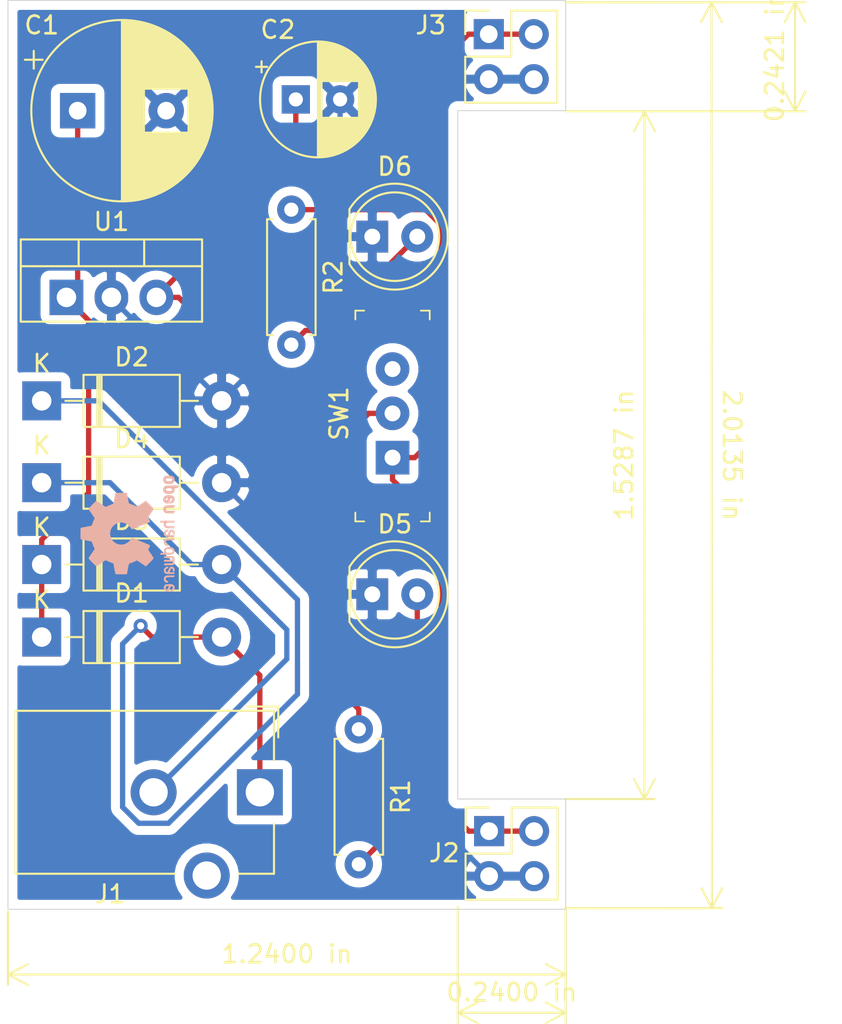
<source format=kicad_pcb>
(kicad_pcb (version 20171130) (host pcbnew "(5.1.4)-1")

  (general
    (thickness 1.6)
    (drawings 16)
    (tracks 89)
    (zones 0)
    (modules 16)
    (nets 9)
  )

  (page A4)
  (layers
    (0 F.Cu signal)
    (31 B.Cu signal)
    (32 B.Adhes user)
    (33 F.Adhes user)
    (34 B.Paste user)
    (35 F.Paste user)
    (36 B.SilkS user)
    (37 F.SilkS user)
    (38 B.Mask user)
    (39 F.Mask user)
    (40 Dwgs.User user)
    (41 Cmts.User user)
    (42 Eco1.User user)
    (43 Eco2.User user)
    (44 Edge.Cuts user)
    (45 Margin user)
    (46 B.CrtYd user)
    (47 F.CrtYd user)
    (48 B.Fab user)
    (49 F.Fab user)
  )

  (setup
    (last_trace_width 0.3)
    (user_trace_width 0.3)
    (trace_clearance 0.2)
    (zone_clearance 0.508)
    (zone_45_only no)
    (trace_min 0.2)
    (via_size 0.8)
    (via_drill 0.4)
    (via_min_size 0.4)
    (via_min_drill 0.3)
    (user_via 1 0.6)
    (uvia_size 0.3)
    (uvia_drill 0.1)
    (uvias_allowed no)
    (uvia_min_size 0.2)
    (uvia_min_drill 0.1)
    (edge_width 0.05)
    (segment_width 0.2)
    (pcb_text_width 0.3)
    (pcb_text_size 1.5 1.5)
    (mod_edge_width 0.12)
    (mod_text_size 1 1)
    (mod_text_width 0.15)
    (pad_size 1.524 1.524)
    (pad_drill 0.762)
    (pad_to_mask_clearance 0.051)
    (solder_mask_min_width 0.25)
    (aux_axis_origin 0 0)
    (visible_elements FFFFFF7F)
    (pcbplotparams
      (layerselection 0x010fc_ffffffff)
      (usegerberextensions false)
      (usegerberattributes false)
      (usegerberadvancedattributes false)
      (creategerberjobfile false)
      (excludeedgelayer true)
      (linewidth 0.100000)
      (plotframeref false)
      (viasonmask false)
      (mode 1)
      (useauxorigin false)
      (hpglpennumber 1)
      (hpglpenspeed 20)
      (hpglpendiameter 15.000000)
      (psnegative false)
      (psa4output false)
      (plotreference true)
      (plotvalue true)
      (plotinvisibletext false)
      (padsonsilk false)
      (subtractmaskfromsilk false)
      (outputformat 1)
      (mirror false)
      (drillshape 1)
      (scaleselection 1)
      (outputdirectory ""))
  )

  (net 0 "")
  (net 1 /V-)
  (net 2 /Vin)
  (net 3 /Vout1)
  (net 4 "Net-(D1-Pad2)")
  (net 5 "Net-(D3-Pad2)")
  (net 6 "Net-(D5-Pad2)")
  (net 7 "Net-(D6-Pad2)")
  (net 8 /Vout2)

  (net_class Default "This is the default net class."
    (clearance 0.2)
    (trace_width 0.25)
    (via_dia 0.8)
    (via_drill 0.4)
    (uvia_dia 0.3)
    (uvia_drill 0.1)
    (add_net "Net-(D1-Pad2)")
    (add_net "Net-(D5-Pad2)")
    (add_net "Net-(D6-Pad2)")
  )

  (net_class Power ""
    (clearance 0.3)
    (trace_width 0.3)
    (via_dia 1)
    (via_drill 0.5)
    (uvia_dia 0.3)
    (uvia_drill 0.1)
    (add_net /V-)
    (add_net /Vin)
    (add_net /Vout1)
    (add_net /Vout2)
    (add_net "Net-(D3-Pad2)")
  )

  (module Symbol:OSHW-Logo2_7.3x6mm_SilkScreen (layer B.Cu) (tedit 0) (tstamp 5DF0DFCE)
    (at 115.951 84.582 270)
    (descr "Open Source Hardware Symbol")
    (tags "Logo Symbol OSHW")
    (attr virtual)
    (fp_text reference REF** (at 0 0 270) (layer B.SilkS) hide
      (effects (font (size 1 1) (thickness 0.15)) (justify mirror))
    )
    (fp_text value OSHW-Logo2_7.3x6mm_SilkScreen (at 0.75 0 270) (layer B.Fab) hide
      (effects (font (size 1 1) (thickness 0.15)) (justify mirror))
    )
    (fp_poly (pts (xy 0.10391 2.757652) (xy 0.182454 2.757222) (xy 0.239298 2.756058) (xy 0.278105 2.753793)
      (xy 0.302538 2.75006) (xy 0.316262 2.744494) (xy 0.32294 2.736727) (xy 0.326236 2.726395)
      (xy 0.326556 2.725057) (xy 0.331562 2.700921) (xy 0.340829 2.653299) (xy 0.353392 2.587259)
      (xy 0.368287 2.507872) (xy 0.384551 2.420204) (xy 0.385119 2.417125) (xy 0.40141 2.331211)
      (xy 0.416652 2.255304) (xy 0.429861 2.193955) (xy 0.440054 2.151718) (xy 0.446248 2.133145)
      (xy 0.446543 2.132816) (xy 0.464788 2.123747) (xy 0.502405 2.108633) (xy 0.551271 2.090738)
      (xy 0.551543 2.090642) (xy 0.613093 2.067507) (xy 0.685657 2.038035) (xy 0.754057 2.008403)
      (xy 0.757294 2.006938) (xy 0.868702 1.956374) (xy 1.115399 2.12484) (xy 1.191077 2.176197)
      (xy 1.259631 2.222111) (xy 1.317088 2.25997) (xy 1.359476 2.287163) (xy 1.382825 2.301079)
      (xy 1.385042 2.302111) (xy 1.40201 2.297516) (xy 1.433701 2.275345) (xy 1.481352 2.234553)
      (xy 1.546198 2.174095) (xy 1.612397 2.109773) (xy 1.676214 2.046388) (xy 1.733329 1.988549)
      (xy 1.780305 1.939825) (xy 1.813703 1.90379) (xy 1.830085 1.884016) (xy 1.830694 1.882998)
      (xy 1.832505 1.869428) (xy 1.825683 1.847267) (xy 1.80854 1.813522) (xy 1.779393 1.7652)
      (xy 1.736555 1.699308) (xy 1.679448 1.614483) (xy 1.628766 1.539823) (xy 1.583461 1.47286)
      (xy 1.54615 1.417484) (xy 1.519452 1.37758) (xy 1.505985 1.357038) (xy 1.505137 1.355644)
      (xy 1.506781 1.335962) (xy 1.519245 1.297707) (xy 1.540048 1.248111) (xy 1.547462 1.232272)
      (xy 1.579814 1.16171) (xy 1.614328 1.081647) (xy 1.642365 1.012371) (xy 1.662568 0.960955)
      (xy 1.678615 0.921881) (xy 1.687888 0.901459) (xy 1.689041 0.899886) (xy 1.706096 0.897279)
      (xy 1.746298 0.890137) (xy 1.804302 0.879477) (xy 1.874763 0.866315) (xy 1.952335 0.851667)
      (xy 2.031672 0.836551) (xy 2.107431 0.821982) (xy 2.174264 0.808978) (xy 2.226828 0.798555)
      (xy 2.259776 0.79173) (xy 2.267857 0.789801) (xy 2.276205 0.785038) (xy 2.282506 0.774282)
      (xy 2.287045 0.753902) (xy 2.290104 0.720266) (xy 2.291967 0.669745) (xy 2.292918 0.598708)
      (xy 2.29324 0.503524) (xy 2.293257 0.464508) (xy 2.293257 0.147201) (xy 2.217057 0.132161)
      (xy 2.174663 0.124005) (xy 2.1114 0.112101) (xy 2.034962 0.097884) (xy 1.953043 0.08279)
      (xy 1.9304 0.078645) (xy 1.854806 0.063947) (xy 1.788953 0.049495) (xy 1.738366 0.036625)
      (xy 1.708574 0.026678) (xy 1.703612 0.023713) (xy 1.691426 0.002717) (xy 1.673953 -0.037967)
      (xy 1.654577 -0.090322) (xy 1.650734 -0.1016) (xy 1.625339 -0.171523) (xy 1.593817 -0.250418)
      (xy 1.562969 -0.321266) (xy 1.562817 -0.321595) (xy 1.511447 -0.432733) (xy 1.680399 -0.681253)
      (xy 1.849352 -0.929772) (xy 1.632429 -1.147058) (xy 1.566819 -1.211726) (xy 1.506979 -1.268733)
      (xy 1.456267 -1.315033) (xy 1.418046 -1.347584) (xy 1.395675 -1.363343) (xy 1.392466 -1.364343)
      (xy 1.373626 -1.356469) (xy 1.33518 -1.334578) (xy 1.28133 -1.301267) (xy 1.216276 -1.259131)
      (xy 1.14594 -1.211943) (xy 1.074555 -1.16381) (xy 1.010908 -1.121928) (xy 0.959041 -1.088871)
      (xy 0.922995 -1.067218) (xy 0.906867 -1.059543) (xy 0.887189 -1.066037) (xy 0.849875 -1.08315)
      (xy 0.802621 -1.107326) (xy 0.797612 -1.110013) (xy 0.733977 -1.141927) (xy 0.690341 -1.157579)
      (xy 0.663202 -1.157745) (xy 0.649057 -1.143204) (xy 0.648975 -1.143) (xy 0.641905 -1.125779)
      (xy 0.625042 -1.084899) (xy 0.599695 -1.023525) (xy 0.567171 -0.944819) (xy 0.528778 -0.851947)
      (xy 0.485822 -0.748072) (xy 0.444222 -0.647502) (xy 0.398504 -0.536516) (xy 0.356526 -0.433703)
      (xy 0.319548 -0.342215) (xy 0.288827 -0.265201) (xy 0.265622 -0.205815) (xy 0.25119 -0.167209)
      (xy 0.246743 -0.1528) (xy 0.257896 -0.136272) (xy 0.287069 -0.10993) (xy 0.325971 -0.080887)
      (xy 0.436757 0.010961) (xy 0.523351 0.116241) (xy 0.584716 0.232734) (xy 0.619815 0.358224)
      (xy 0.627608 0.490493) (xy 0.621943 0.551543) (xy 0.591078 0.678205) (xy 0.53792 0.790059)
      (xy 0.465767 0.885999) (xy 0.377917 0.964924) (xy 0.277665 1.02573) (xy 0.16831 1.067313)
      (xy 0.053147 1.088572) (xy -0.064525 1.088401) (xy -0.18141 1.065699) (xy -0.294211 1.019362)
      (xy -0.399631 0.948287) (xy -0.443632 0.908089) (xy -0.528021 0.804871) (xy -0.586778 0.692075)
      (xy -0.620296 0.57299) (xy -0.628965 0.450905) (xy -0.613177 0.329107) (xy -0.573322 0.210884)
      (xy -0.509793 0.099525) (xy -0.422979 -0.001684) (xy -0.325971 -0.080887) (xy -0.285563 -0.111162)
      (xy -0.257018 -0.137219) (xy -0.246743 -0.152825) (xy -0.252123 -0.169843) (xy -0.267425 -0.2105)
      (xy -0.291388 -0.271642) (xy -0.322756 -0.350119) (xy -0.360268 -0.44278) (xy -0.402667 -0.546472)
      (xy -0.444337 -0.647526) (xy -0.49031 -0.758607) (xy -0.532893 -0.861541) (xy -0.570779 -0.953165)
      (xy -0.60266 -1.030316) (xy -0.627229 -1.089831) (xy -0.64318 -1.128544) (xy -0.64909 -1.143)
      (xy -0.663052 -1.157685) (xy -0.69006 -1.157642) (xy -0.733587 -1.142099) (xy -0.79711 -1.110284)
      (xy -0.797612 -1.110013) (xy -0.84544 -1.085323) (xy -0.884103 -1.067338) (xy -0.905905 -1.059614)
      (xy -0.906867 -1.059543) (xy -0.923279 -1.067378) (xy -0.959513 -1.089165) (xy -1.011526 -1.122328)
      (xy -1.075275 -1.164291) (xy -1.14594 -1.211943) (xy -1.217884 -1.260191) (xy -1.282726 -1.302151)
      (xy -1.336265 -1.335227) (xy -1.374303 -1.356821) (xy -1.392467 -1.364343) (xy -1.409192 -1.354457)
      (xy -1.44282 -1.326826) (xy -1.48999 -1.284495) (xy -1.547342 -1.230505) (xy -1.611516 -1.167899)
      (xy -1.632503 -1.146983) (xy -1.849501 -0.929623) (xy -1.684332 -0.68722) (xy -1.634136 -0.612781)
      (xy -1.590081 -0.545972) (xy -1.554638 -0.490665) (xy -1.530281 -0.450729) (xy -1.519478 -0.430036)
      (xy -1.519162 -0.428563) (xy -1.524857 -0.409058) (xy -1.540174 -0.369822) (xy -1.562463 -0.31743)
      (xy -1.578107 -0.282355) (xy -1.607359 -0.215201) (xy -1.634906 -0.147358) (xy -1.656263 -0.090034)
      (xy -1.662065 -0.072572) (xy -1.678548 -0.025938) (xy -1.69466 0.010095) (xy -1.70351 0.023713)
      (xy -1.72304 0.032048) (xy -1.765666 0.043863) (xy -1.825855 0.057819) (xy -1.898078 0.072578)
      (xy -1.9304 0.078645) (xy -2.012478 0.093727) (xy -2.091205 0.108331) (xy -2.158891 0.12102)
      (xy -2.20784 0.130358) (xy -2.217057 0.132161) (xy -2.293257 0.147201) (xy -2.293257 0.464508)
      (xy -2.293086 0.568846) (xy -2.292384 0.647787) (xy -2.290866 0.704962) (xy -2.288251 0.744001)
      (xy -2.284254 0.768535) (xy -2.278591 0.782195) (xy -2.27098 0.788611) (xy -2.267857 0.789801)
      (xy -2.249022 0.79402) (xy -2.207412 0.802438) (xy -2.14837 0.814039) (xy -2.077243 0.827805)
      (xy -1.999375 0.84272) (xy -1.920113 0.857768) (xy -1.844802 0.871931) (xy -1.778787 0.884194)
      (xy -1.727413 0.893539) (xy -1.696025 0.89895) (xy -1.689041 0.899886) (xy -1.682715 0.912404)
      (xy -1.66871 0.945754) (xy -1.649645 0.993623) (xy -1.642366 1.012371) (xy -1.613004 1.084805)
      (xy -1.578429 1.16483) (xy -1.547463 1.232272) (xy -1.524677 1.283841) (xy -1.509518 1.326215)
      (xy -1.504458 1.352166) (xy -1.505264 1.355644) (xy -1.515959 1.372064) (xy -1.54038 1.408583)
      (xy -1.575905 1.461313) (xy -1.619913 1.526365) (xy -1.669783 1.599849) (xy -1.679644 1.614355)
      (xy -1.737508 1.700296) (xy -1.780044 1.765739) (xy -1.808946 1.813696) (xy -1.82591 1.84718)
      (xy -1.832633 1.869205) (xy -1.83081 1.882783) (xy -1.830764 1.882869) (xy -1.816414 1.900703)
      (xy -1.784677 1.935183) (xy -1.73899 1.982732) (xy -1.682796 2.039778) (xy -1.619532 2.102745)
      (xy -1.612398 2.109773) (xy -1.53267 2.18698) (xy -1.471143 2.24367) (xy -1.426579 2.28089)
      (xy -1.397743 2.299685) (xy -1.385042 2.302111) (xy -1.366506 2.291529) (xy -1.328039 2.267084)
      (xy -1.273614 2.231388) (xy -1.207202 2.187053) (xy -1.132775 2.136689) (xy -1.115399 2.12484)
      (xy -0.868703 1.956374) (xy -0.757294 2.006938) (xy -0.689543 2.036405) (xy -0.616817 2.066041)
      (xy -0.554297 2.08967) (xy -0.551543 2.090642) (xy -0.50264 2.108543) (xy -0.464943 2.12368)
      (xy -0.446575 2.13279) (xy -0.446544 2.132816) (xy -0.440715 2.149283) (xy -0.430808 2.189781)
      (xy -0.417805 2.249758) (xy -0.402691 2.32466) (xy -0.386448 2.409936) (xy -0.385119 2.417125)
      (xy -0.368825 2.504986) (xy -0.353867 2.58474) (xy -0.341209 2.651319) (xy -0.331814 2.699653)
      (xy -0.326646 2.724675) (xy -0.326556 2.725057) (xy -0.323411 2.735701) (xy -0.317296 2.743738)
      (xy -0.304547 2.749533) (xy -0.2815 2.753453) (xy -0.244491 2.755865) (xy -0.189856 2.757135)
      (xy -0.113933 2.757629) (xy -0.013056 2.757714) (xy 0 2.757714) (xy 0.10391 2.757652)) (layer B.SilkS) (width 0.01))
    (fp_poly (pts (xy 3.153595 -1.966966) (xy 3.211021 -2.004497) (xy 3.238719 -2.038096) (xy 3.260662 -2.099064)
      (xy 3.262405 -2.147308) (xy 3.258457 -2.211816) (xy 3.109686 -2.276934) (xy 3.037349 -2.310202)
      (xy 2.990084 -2.336964) (xy 2.965507 -2.360144) (xy 2.961237 -2.382667) (xy 2.974889 -2.407455)
      (xy 2.989943 -2.423886) (xy 3.033746 -2.450235) (xy 3.081389 -2.452081) (xy 3.125145 -2.431546)
      (xy 3.157289 -2.390752) (xy 3.163038 -2.376347) (xy 3.190576 -2.331356) (xy 3.222258 -2.312182)
      (xy 3.265714 -2.295779) (xy 3.265714 -2.357966) (xy 3.261872 -2.400283) (xy 3.246823 -2.435969)
      (xy 3.21528 -2.476943) (xy 3.210592 -2.482267) (xy 3.175506 -2.51872) (xy 3.145347 -2.538283)
      (xy 3.107615 -2.547283) (xy 3.076335 -2.55023) (xy 3.020385 -2.550965) (xy 2.980555 -2.54166)
      (xy 2.955708 -2.527846) (xy 2.916656 -2.497467) (xy 2.889625 -2.464613) (xy 2.872517 -2.423294)
      (xy 2.863238 -2.367521) (xy 2.859693 -2.291305) (xy 2.85941 -2.252622) (xy 2.860372 -2.206247)
      (xy 2.948007 -2.206247) (xy 2.949023 -2.231126) (xy 2.951556 -2.2352) (xy 2.968274 -2.229665)
      (xy 3.004249 -2.215017) (xy 3.052331 -2.19419) (xy 3.062386 -2.189714) (xy 3.123152 -2.158814)
      (xy 3.156632 -2.131657) (xy 3.16399 -2.10622) (xy 3.146391 -2.080481) (xy 3.131856 -2.069109)
      (xy 3.07941 -2.046364) (xy 3.030322 -2.050122) (xy 2.989227 -2.077884) (xy 2.960758 -2.127152)
      (xy 2.951631 -2.166257) (xy 2.948007 -2.206247) (xy 2.860372 -2.206247) (xy 2.861285 -2.162249)
      (xy 2.868196 -2.095384) (xy 2.881884 -2.046695) (xy 2.904096 -2.010849) (xy 2.936574 -1.982513)
      (xy 2.950733 -1.973355) (xy 3.015053 -1.949507) (xy 3.085473 -1.948006) (xy 3.153595 -1.966966)) (layer B.SilkS) (width 0.01))
    (fp_poly (pts (xy 2.6526 -1.958752) (xy 2.669948 -1.966334) (xy 2.711356 -1.999128) (xy 2.746765 -2.046547)
      (xy 2.768664 -2.097151) (xy 2.772229 -2.122098) (xy 2.760279 -2.156927) (xy 2.734067 -2.175357)
      (xy 2.705964 -2.186516) (xy 2.693095 -2.188572) (xy 2.686829 -2.173649) (xy 2.674456 -2.141175)
      (xy 2.669028 -2.126502) (xy 2.63859 -2.075744) (xy 2.59452 -2.050427) (xy 2.53801 -2.051206)
      (xy 2.533825 -2.052203) (xy 2.503655 -2.066507) (xy 2.481476 -2.094393) (xy 2.466327 -2.139287)
      (xy 2.45725 -2.204615) (xy 2.453286 -2.293804) (xy 2.452914 -2.341261) (xy 2.45273 -2.416071)
      (xy 2.451522 -2.467069) (xy 2.448309 -2.499471) (xy 2.442109 -2.518495) (xy 2.43194 -2.529356)
      (xy 2.416819 -2.537272) (xy 2.415946 -2.53767) (xy 2.386828 -2.549981) (xy 2.372403 -2.554514)
      (xy 2.370186 -2.540809) (xy 2.368289 -2.502925) (xy 2.366847 -2.445715) (xy 2.365998 -2.374027)
      (xy 2.365829 -2.321565) (xy 2.366692 -2.220047) (xy 2.37007 -2.143032) (xy 2.377142 -2.086023)
      (xy 2.389088 -2.044526) (xy 2.40709 -2.014043) (xy 2.432327 -1.99008) (xy 2.457247 -1.973355)
      (xy 2.517171 -1.951097) (xy 2.586911 -1.946076) (xy 2.6526 -1.958752)) (layer B.SilkS) (width 0.01))
    (fp_poly (pts (xy 2.144876 -1.956335) (xy 2.186667 -1.975344) (xy 2.219469 -1.998378) (xy 2.243503 -2.024133)
      (xy 2.260097 -2.057358) (xy 2.270577 -2.1028) (xy 2.276271 -2.165207) (xy 2.278507 -2.249327)
      (xy 2.278743 -2.304721) (xy 2.278743 -2.520826) (xy 2.241774 -2.53767) (xy 2.212656 -2.549981)
      (xy 2.198231 -2.554514) (xy 2.195472 -2.541025) (xy 2.193282 -2.504653) (xy 2.191942 -2.451542)
      (xy 2.191657 -2.409372) (xy 2.190434 -2.348447) (xy 2.187136 -2.300115) (xy 2.182321 -2.270518)
      (xy 2.178496 -2.264229) (xy 2.152783 -2.270652) (xy 2.112418 -2.287125) (xy 2.065679 -2.309458)
      (xy 2.020845 -2.333457) (xy 1.986193 -2.35493) (xy 1.970002 -2.369685) (xy 1.969938 -2.369845)
      (xy 1.97133 -2.397152) (xy 1.983818 -2.423219) (xy 2.005743 -2.444392) (xy 2.037743 -2.451474)
      (xy 2.065092 -2.450649) (xy 2.103826 -2.450042) (xy 2.124158 -2.459116) (xy 2.136369 -2.483092)
      (xy 2.137909 -2.487613) (xy 2.143203 -2.521806) (xy 2.129047 -2.542568) (xy 2.092148 -2.552462)
      (xy 2.052289 -2.554292) (xy 1.980562 -2.540727) (xy 1.943432 -2.521355) (xy 1.897576 -2.475845)
      (xy 1.873256 -2.419983) (xy 1.871073 -2.360957) (xy 1.891629 -2.305953) (xy 1.922549 -2.271486)
      (xy 1.95342 -2.252189) (xy 2.001942 -2.227759) (xy 2.058485 -2.202985) (xy 2.06791 -2.199199)
      (xy 2.130019 -2.171791) (xy 2.165822 -2.147634) (xy 2.177337 -2.123619) (xy 2.16658 -2.096635)
      (xy 2.148114 -2.075543) (xy 2.104469 -2.049572) (xy 2.056446 -2.047624) (xy 2.012406 -2.067637)
      (xy 1.980709 -2.107551) (xy 1.976549 -2.117848) (xy 1.952327 -2.155724) (xy 1.916965 -2.183842)
      (xy 1.872343 -2.206917) (xy 1.872343 -2.141485) (xy 1.874969 -2.101506) (xy 1.88623 -2.069997)
      (xy 1.911199 -2.036378) (xy 1.935169 -2.010484) (xy 1.972441 -1.973817) (xy 2.001401 -1.954121)
      (xy 2.032505 -1.94622) (xy 2.067713 -1.944914) (xy 2.144876 -1.956335)) (layer B.SilkS) (width 0.01))
    (fp_poly (pts (xy 1.779833 -1.958663) (xy 1.782048 -1.99685) (xy 1.783784 -2.054886) (xy 1.784899 -2.12818)
      (xy 1.785257 -2.205055) (xy 1.785257 -2.465196) (xy 1.739326 -2.511127) (xy 1.707675 -2.539429)
      (xy 1.67989 -2.550893) (xy 1.641915 -2.550168) (xy 1.62684 -2.548321) (xy 1.579726 -2.542948)
      (xy 1.540756 -2.539869) (xy 1.531257 -2.539585) (xy 1.499233 -2.541445) (xy 1.453432 -2.546114)
      (xy 1.435674 -2.548321) (xy 1.392057 -2.551735) (xy 1.362745 -2.54432) (xy 1.33368 -2.521427)
      (xy 1.323188 -2.511127) (xy 1.277257 -2.465196) (xy 1.277257 -1.978602) (xy 1.314226 -1.961758)
      (xy 1.346059 -1.949282) (xy 1.364683 -1.944914) (xy 1.369458 -1.958718) (xy 1.373921 -1.997286)
      (xy 1.377775 -2.056356) (xy 1.380722 -2.131663) (xy 1.382143 -2.195286) (xy 1.386114 -2.445657)
      (xy 1.420759 -2.450556) (xy 1.452268 -2.447131) (xy 1.467708 -2.436041) (xy 1.472023 -2.415308)
      (xy 1.475708 -2.371145) (xy 1.478469 -2.309146) (xy 1.480012 -2.234909) (xy 1.480235 -2.196706)
      (xy 1.480457 -1.976783) (xy 1.526166 -1.960849) (xy 1.558518 -1.950015) (xy 1.576115 -1.944962)
      (xy 1.576623 -1.944914) (xy 1.578388 -1.958648) (xy 1.580329 -1.99673) (xy 1.582282 -2.054482)
      (xy 1.584084 -2.127227) (xy 1.585343 -2.195286) (xy 1.589314 -2.445657) (xy 1.6764 -2.445657)
      (xy 1.680396 -2.21724) (xy 1.684392 -1.988822) (xy 1.726847 -1.966868) (xy 1.758192 -1.951793)
      (xy 1.776744 -1.944951) (xy 1.777279 -1.944914) (xy 1.779833 -1.958663)) (layer B.SilkS) (width 0.01))
    (fp_poly (pts (xy 1.190117 -2.065358) (xy 1.189933 -2.173837) (xy 1.189219 -2.257287) (xy 1.187675 -2.319704)
      (xy 1.185001 -2.365085) (xy 1.180894 -2.397429) (xy 1.175055 -2.420733) (xy 1.167182 -2.438995)
      (xy 1.161221 -2.449418) (xy 1.111855 -2.505945) (xy 1.049264 -2.541377) (xy 0.980013 -2.55409)
      (xy 0.910668 -2.542463) (xy 0.869375 -2.521568) (xy 0.826025 -2.485422) (xy 0.796481 -2.441276)
      (xy 0.778655 -2.383462) (xy 0.770463 -2.306313) (xy 0.769302 -2.249714) (xy 0.769458 -2.245647)
      (xy 0.870857 -2.245647) (xy 0.871476 -2.31055) (xy 0.874314 -2.353514) (xy 0.88084 -2.381622)
      (xy 0.892523 -2.401953) (xy 0.906483 -2.417288) (xy 0.953365 -2.44689) (xy 1.003701 -2.449419)
      (xy 1.051276 -2.424705) (xy 1.054979 -2.421356) (xy 1.070783 -2.403935) (xy 1.080693 -2.383209)
      (xy 1.086058 -2.352362) (xy 1.088228 -2.304577) (xy 1.088571 -2.251748) (xy 1.087827 -2.185381)
      (xy 1.084748 -2.141106) (xy 1.078061 -2.112009) (xy 1.066496 -2.091173) (xy 1.057013 -2.080107)
      (xy 1.01296 -2.052198) (xy 0.962224 -2.048843) (xy 0.913796 -2.070159) (xy 0.90445 -2.078073)
      (xy 0.88854 -2.095647) (xy 0.87861 -2.116587) (xy 0.873278 -2.147782) (xy 0.871163 -2.196122)
      (xy 0.870857 -2.245647) (xy 0.769458 -2.245647) (xy 0.77281 -2.158568) (xy 0.784726 -2.090086)
      (xy 0.807135 -2.0386) (xy 0.842124 -1.998443) (xy 0.869375 -1.977861) (xy 0.918907 -1.955625)
      (xy 0.976316 -1.945304) (xy 1.029682 -1.948067) (xy 1.059543 -1.959212) (xy 1.071261 -1.962383)
      (xy 1.079037 -1.950557) (xy 1.084465 -1.918866) (xy 1.088571 -1.870593) (xy 1.093067 -1.816829)
      (xy 1.099313 -1.784482) (xy 1.110676 -1.765985) (xy 1.130528 -1.75377) (xy 1.143 -1.748362)
      (xy 1.190171 -1.728601) (xy 1.190117 -2.065358)) (layer B.SilkS) (width 0.01))
    (fp_poly (pts (xy 0.529926 -1.949755) (xy 0.595858 -1.974084) (xy 0.649273 -2.017117) (xy 0.670164 -2.047409)
      (xy 0.692939 -2.102994) (xy 0.692466 -2.143186) (xy 0.668562 -2.170217) (xy 0.659717 -2.174813)
      (xy 0.62153 -2.189144) (xy 0.602028 -2.185472) (xy 0.595422 -2.161407) (xy 0.595086 -2.148114)
      (xy 0.582992 -2.09921) (xy 0.551471 -2.064999) (xy 0.507659 -2.048476) (xy 0.458695 -2.052634)
      (xy 0.418894 -2.074227) (xy 0.40545 -2.086544) (xy 0.395921 -2.101487) (xy 0.389485 -2.124075)
      (xy 0.385317 -2.159328) (xy 0.382597 -2.212266) (xy 0.380502 -2.287907) (xy 0.37996 -2.311857)
      (xy 0.377981 -2.39379) (xy 0.375731 -2.451455) (xy 0.372357 -2.489608) (xy 0.367006 -2.513004)
      (xy 0.358824 -2.526398) (xy 0.346959 -2.534545) (xy 0.339362 -2.538144) (xy 0.307102 -2.550452)
      (xy 0.288111 -2.554514) (xy 0.281836 -2.540948) (xy 0.278006 -2.499934) (xy 0.2766 -2.430999)
      (xy 0.277598 -2.333669) (xy 0.277908 -2.318657) (xy 0.280101 -2.229859) (xy 0.282693 -2.165019)
      (xy 0.286382 -2.119067) (xy 0.291864 -2.086935) (xy 0.299835 -2.063553) (xy 0.310993 -2.043852)
      (xy 0.31683 -2.03541) (xy 0.350296 -1.998057) (xy 0.387727 -1.969003) (xy 0.392309 -1.966467)
      (xy 0.459426 -1.946443) (xy 0.529926 -1.949755)) (layer B.SilkS) (width 0.01))
    (fp_poly (pts (xy 0.039744 -1.950968) (xy 0.096616 -1.972087) (xy 0.097267 -1.972493) (xy 0.13244 -1.99838)
      (xy 0.158407 -2.028633) (xy 0.17667 -2.068058) (xy 0.188732 -2.121462) (xy 0.196096 -2.193651)
      (xy 0.200264 -2.289432) (xy 0.200629 -2.303078) (xy 0.205876 -2.508842) (xy 0.161716 -2.531678)
      (xy 0.129763 -2.54711) (xy 0.11047 -2.554423) (xy 0.109578 -2.554514) (xy 0.106239 -2.541022)
      (xy 0.103587 -2.504626) (xy 0.101956 -2.451452) (xy 0.1016 -2.408393) (xy 0.101592 -2.338641)
      (xy 0.098403 -2.294837) (xy 0.087288 -2.273944) (xy 0.063501 -2.272925) (xy 0.022296 -2.288741)
      (xy -0.039914 -2.317815) (xy -0.085659 -2.341963) (xy -0.109187 -2.362913) (xy -0.116104 -2.385747)
      (xy -0.116114 -2.386877) (xy -0.104701 -2.426212) (xy -0.070908 -2.447462) (xy -0.019191 -2.450539)
      (xy 0.018061 -2.450006) (xy 0.037703 -2.460735) (xy 0.049952 -2.486505) (xy 0.057002 -2.519337)
      (xy 0.046842 -2.537966) (xy 0.043017 -2.540632) (xy 0.007001 -2.55134) (xy -0.043434 -2.552856)
      (xy -0.095374 -2.545759) (xy -0.132178 -2.532788) (xy -0.183062 -2.489585) (xy -0.211986 -2.429446)
      (xy -0.217714 -2.382462) (xy -0.213343 -2.340082) (xy -0.197525 -2.305488) (xy -0.166203 -2.274763)
      (xy -0.115322 -2.24399) (xy -0.040824 -2.209252) (xy -0.036286 -2.207288) (xy 0.030821 -2.176287)
      (xy 0.072232 -2.150862) (xy 0.089981 -2.128014) (xy 0.086107 -2.104745) (xy 0.062643 -2.078056)
      (xy 0.055627 -2.071914) (xy 0.00863 -2.0481) (xy -0.040067 -2.049103) (xy -0.082478 -2.072451)
      (xy -0.110616 -2.115675) (xy -0.113231 -2.12416) (xy -0.138692 -2.165308) (xy -0.170999 -2.185128)
      (xy -0.217714 -2.20477) (xy -0.217714 -2.15395) (xy -0.203504 -2.080082) (xy -0.161325 -2.012327)
      (xy -0.139376 -1.989661) (xy -0.089483 -1.960569) (xy -0.026033 -1.9474) (xy 0.039744 -1.950968)) (layer B.SilkS) (width 0.01))
    (fp_poly (pts (xy -0.624114 -1.851289) (xy -0.619861 -1.910613) (xy -0.614975 -1.945572) (xy -0.608205 -1.96082)
      (xy -0.598298 -1.961015) (xy -0.595086 -1.959195) (xy -0.552356 -1.946015) (xy -0.496773 -1.946785)
      (xy -0.440263 -1.960333) (xy -0.404918 -1.977861) (xy -0.368679 -2.005861) (xy -0.342187 -2.037549)
      (xy -0.324001 -2.077813) (xy -0.312678 -2.131543) (xy -0.306778 -2.203626) (xy -0.304857 -2.298951)
      (xy -0.304823 -2.317237) (xy -0.3048 -2.522646) (xy -0.350509 -2.53858) (xy -0.382973 -2.54942)
      (xy -0.400785 -2.554468) (xy -0.401309 -2.554514) (xy -0.403063 -2.540828) (xy -0.404556 -2.503076)
      (xy -0.405674 -2.446224) (xy -0.406303 -2.375234) (xy -0.4064 -2.332073) (xy -0.406602 -2.246973)
      (xy -0.407642 -2.185981) (xy -0.410169 -2.144177) (xy -0.414836 -2.116642) (xy -0.422293 -2.098456)
      (xy -0.433189 -2.084698) (xy -0.439993 -2.078073) (xy -0.486728 -2.051375) (xy -0.537728 -2.049375)
      (xy -0.583999 -2.071955) (xy -0.592556 -2.080107) (xy -0.605107 -2.095436) (xy -0.613812 -2.113618)
      (xy -0.619369 -2.139909) (xy -0.622474 -2.179562) (xy -0.623824 -2.237832) (xy -0.624114 -2.318173)
      (xy -0.624114 -2.522646) (xy -0.669823 -2.53858) (xy -0.702287 -2.54942) (xy -0.720099 -2.554468)
      (xy -0.720623 -2.554514) (xy -0.721963 -2.540623) (xy -0.723172 -2.501439) (xy -0.724199 -2.4407)
      (xy -0.724998 -2.362141) (xy -0.725519 -2.269498) (xy -0.725714 -2.166509) (xy -0.725714 -1.769342)
      (xy -0.678543 -1.749444) (xy -0.631371 -1.729547) (xy -0.624114 -1.851289)) (layer B.SilkS) (width 0.01))
    (fp_poly (pts (xy -1.831697 -1.931239) (xy -1.774473 -1.969735) (xy -1.730251 -2.025335) (xy -1.703833 -2.096086)
      (xy -1.69849 -2.148162) (xy -1.699097 -2.169893) (xy -1.704178 -2.186531) (xy -1.718145 -2.201437)
      (xy -1.745411 -2.217973) (xy -1.790388 -2.239498) (xy -1.857489 -2.269374) (xy -1.857829 -2.269524)
      (xy -1.919593 -2.297813) (xy -1.970241 -2.322933) (xy -2.004596 -2.342179) (xy -2.017482 -2.352848)
      (xy -2.017486 -2.352934) (xy -2.006128 -2.376166) (xy -1.979569 -2.401774) (xy -1.949077 -2.420221)
      (xy -1.93363 -2.423886) (xy -1.891485 -2.411212) (xy -1.855192 -2.379471) (xy -1.837483 -2.344572)
      (xy -1.820448 -2.318845) (xy -1.787078 -2.289546) (xy -1.747851 -2.264235) (xy -1.713244 -2.250471)
      (xy -1.706007 -2.249714) (xy -1.697861 -2.26216) (xy -1.69737 -2.293972) (xy -1.703357 -2.336866)
      (xy -1.714643 -2.382558) (xy -1.73005 -2.422761) (xy -1.730829 -2.424322) (xy -1.777196 -2.489062)
      (xy -1.837289 -2.533097) (xy -1.905535 -2.554711) (xy -1.976362 -2.552185) (xy -2.044196 -2.523804)
      (xy -2.047212 -2.521808) (xy -2.100573 -2.473448) (xy -2.13566 -2.410352) (xy -2.155078 -2.327387)
      (xy -2.157684 -2.304078) (xy -2.162299 -2.194055) (xy -2.156767 -2.142748) (xy -2.017486 -2.142748)
      (xy -2.015676 -2.174753) (xy -2.005778 -2.184093) (xy -1.981102 -2.177105) (xy -1.942205 -2.160587)
      (xy -1.898725 -2.139881) (xy -1.897644 -2.139333) (xy -1.860791 -2.119949) (xy -1.846 -2.107013)
      (xy -1.849647 -2.093451) (xy -1.865005 -2.075632) (xy -1.904077 -2.049845) (xy -1.946154 -2.04795)
      (xy -1.983897 -2.066717) (xy -2.009966 -2.102915) (xy -2.017486 -2.142748) (xy -2.156767 -2.142748)
      (xy -2.152806 -2.106027) (xy -2.12845 -2.036212) (xy -2.094544 -1.987302) (xy -2.033347 -1.937878)
      (xy -1.965937 -1.913359) (xy -1.89712 -1.911797) (xy -1.831697 -1.931239)) (layer B.SilkS) (width 0.01))
    (fp_poly (pts (xy -2.958885 -1.921962) (xy -2.890855 -1.957733) (xy -2.840649 -2.015301) (xy -2.822815 -2.052312)
      (xy -2.808937 -2.107882) (xy -2.801833 -2.178096) (xy -2.80116 -2.254727) (xy -2.806573 -2.329552)
      (xy -2.81773 -2.394342) (xy -2.834286 -2.440873) (xy -2.839374 -2.448887) (xy -2.899645 -2.508707)
      (xy -2.971231 -2.544535) (xy -3.048908 -2.55502) (xy -3.127452 -2.53881) (xy -3.149311 -2.529092)
      (xy -3.191878 -2.499143) (xy -3.229237 -2.459433) (xy -3.232768 -2.454397) (xy -3.247119 -2.430124)
      (xy -3.256606 -2.404178) (xy -3.26221 -2.370022) (xy -3.264914 -2.321119) (xy -3.265701 -2.250935)
      (xy -3.265714 -2.2352) (xy -3.265678 -2.230192) (xy -3.120571 -2.230192) (xy -3.119727 -2.29643)
      (xy -3.116404 -2.340386) (xy -3.109417 -2.368779) (xy -3.097584 -2.388325) (xy -3.091543 -2.394857)
      (xy -3.056814 -2.41968) (xy -3.023097 -2.418548) (xy -2.989005 -2.397016) (xy -2.968671 -2.374029)
      (xy -2.956629 -2.340478) (xy -2.949866 -2.287569) (xy -2.949402 -2.281399) (xy -2.948248 -2.185513)
      (xy -2.960312 -2.114299) (xy -2.98543 -2.068194) (xy -3.02344 -2.047635) (xy -3.037008 -2.046514)
      (xy -3.072636 -2.052152) (xy -3.097006 -2.071686) (xy -3.111907 -2.109042) (xy -3.119125 -2.16815)
      (xy -3.120571 -2.230192) (xy -3.265678 -2.230192) (xy -3.265174 -2.160413) (xy -3.262904 -2.108159)
      (xy -3.257932 -2.071949) (xy -3.249287 -2.045299) (xy -3.235995 -2.021722) (xy -3.233057 -2.017338)
      (xy -3.183687 -1.958249) (xy -3.129891 -1.923947) (xy -3.064398 -1.910331) (xy -3.042158 -1.909665)
      (xy -2.958885 -1.921962)) (layer B.SilkS) (width 0.01))
    (fp_poly (pts (xy -1.283907 -1.92778) (xy -1.237328 -1.954723) (xy -1.204943 -1.981466) (xy -1.181258 -2.009484)
      (xy -1.164941 -2.043748) (xy -1.154661 -2.089227) (xy -1.149086 -2.150892) (xy -1.146884 -2.233711)
      (xy -1.146629 -2.293246) (xy -1.146629 -2.512391) (xy -1.208314 -2.540044) (xy -1.27 -2.567697)
      (xy -1.277257 -2.32767) (xy -1.280256 -2.238028) (xy -1.283402 -2.172962) (xy -1.287299 -2.128026)
      (xy -1.292553 -2.09877) (xy -1.299769 -2.080748) (xy -1.30955 -2.069511) (xy -1.312688 -2.067079)
      (xy -1.360239 -2.048083) (xy -1.408303 -2.0556) (xy -1.436914 -2.075543) (xy -1.448553 -2.089675)
      (xy -1.456609 -2.10822) (xy -1.461729 -2.136334) (xy -1.464559 -2.179173) (xy -1.465744 -2.241895)
      (xy -1.465943 -2.307261) (xy -1.465982 -2.389268) (xy -1.467386 -2.447316) (xy -1.472086 -2.486465)
      (xy -1.482013 -2.51178) (xy -1.499097 -2.528323) (xy -1.525268 -2.541156) (xy -1.560225 -2.554491)
      (xy -1.598404 -2.569007) (xy -1.593859 -2.311389) (xy -1.592029 -2.218519) (xy -1.589888 -2.149889)
      (xy -1.586819 -2.100711) (xy -1.582206 -2.066198) (xy -1.575432 -2.041562) (xy -1.565881 -2.022016)
      (xy -1.554366 -2.00477) (xy -1.49881 -1.94968) (xy -1.43102 -1.917822) (xy -1.357287 -1.910191)
      (xy -1.283907 -1.92778)) (layer B.SilkS) (width 0.01))
    (fp_poly (pts (xy -2.400256 -1.919918) (xy -2.344799 -1.947568) (xy -2.295852 -1.99848) (xy -2.282371 -2.017338)
      (xy -2.267686 -2.042015) (xy -2.258158 -2.068816) (xy -2.252707 -2.104587) (xy -2.250253 -2.156169)
      (xy -2.249714 -2.224267) (xy -2.252148 -2.317588) (xy -2.260606 -2.387657) (xy -2.276826 -2.439931)
      (xy -2.302546 -2.479869) (xy -2.339503 -2.512929) (xy -2.342218 -2.514886) (xy -2.37864 -2.534908)
      (xy -2.422498 -2.544815) (xy -2.478276 -2.547257) (xy -2.568952 -2.547257) (xy -2.56899 -2.635283)
      (xy -2.569834 -2.684308) (xy -2.574976 -2.713065) (xy -2.588413 -2.730311) (xy -2.614142 -2.744808)
      (xy -2.620321 -2.747769) (xy -2.649236 -2.761648) (xy -2.671624 -2.770414) (xy -2.688271 -2.771171)
      (xy -2.699964 -2.761023) (xy -2.70749 -2.737073) (xy -2.711634 -2.696426) (xy -2.713185 -2.636186)
      (xy -2.712929 -2.553455) (xy -2.711651 -2.445339) (xy -2.711252 -2.413) (xy -2.709815 -2.301524)
      (xy -2.708528 -2.228603) (xy -2.569029 -2.228603) (xy -2.568245 -2.290499) (xy -2.56476 -2.330997)
      (xy -2.556876 -2.357708) (xy -2.542895 -2.378244) (xy -2.533403 -2.38826) (xy -2.494596 -2.417567)
      (xy -2.460237 -2.419952) (xy -2.424784 -2.39575) (xy -2.423886 -2.394857) (xy -2.409461 -2.376153)
      (xy -2.400687 -2.350732) (xy -2.396261 -2.311584) (xy -2.394882 -2.251697) (xy -2.394857 -2.23843)
      (xy -2.398188 -2.155901) (xy -2.409031 -2.098691) (xy -2.42866 -2.063766) (xy -2.45835 -2.048094)
      (xy -2.475509 -2.046514) (xy -2.516234 -2.053926) (xy -2.544168 -2.07833) (xy -2.560983 -2.12298)
      (xy -2.56835 -2.19113) (xy -2.569029 -2.228603) (xy -2.708528 -2.228603) (xy -2.708292 -2.215245)
      (xy -2.706323 -2.150333) (xy -2.70355 -2.102958) (xy -2.699612 -2.06929) (xy -2.694151 -2.045498)
      (xy -2.686808 -2.027753) (xy -2.677223 -2.012224) (xy -2.673113 -2.006381) (xy -2.618595 -1.951185)
      (xy -2.549664 -1.91989) (xy -2.469928 -1.911165) (xy -2.400256 -1.919918)) (layer B.SilkS) (width 0.01))
  )

  (module Package_TO_SOT_THT:TO-220-3_Vertical (layer F.Cu) (tedit 5AC8BA0D) (tstamp 5DF0B472)
    (at 112.395 71.247)
    (descr "TO-220-3, Vertical, RM 2.54mm, see https://www.vishay.com/docs/66542/to-220-1.pdf")
    (tags "TO-220-3 Vertical RM 2.54mm")
    (path /5DEE6F8C)
    (fp_text reference U1 (at 2.54 -4.27) (layer F.SilkS)
      (effects (font (size 1 1) (thickness 0.15)))
    )
    (fp_text value LM78M05_TO220 (at 2.54 2.5) (layer F.Fab)
      (effects (font (size 1 1) (thickness 0.15)))
    )
    (fp_text user %R (at 2.54 -4.27) (layer F.Fab)
      (effects (font (size 1 1) (thickness 0.15)))
    )
    (fp_line (start 7.79 -3.4) (end -2.71 -3.4) (layer F.CrtYd) (width 0.05))
    (fp_line (start 7.79 1.51) (end 7.79 -3.4) (layer F.CrtYd) (width 0.05))
    (fp_line (start -2.71 1.51) (end 7.79 1.51) (layer F.CrtYd) (width 0.05))
    (fp_line (start -2.71 -3.4) (end -2.71 1.51) (layer F.CrtYd) (width 0.05))
    (fp_line (start 4.391 -3.27) (end 4.391 -1.76) (layer F.SilkS) (width 0.12))
    (fp_line (start 0.69 -3.27) (end 0.69 -1.76) (layer F.SilkS) (width 0.12))
    (fp_line (start -2.58 -1.76) (end 7.66 -1.76) (layer F.SilkS) (width 0.12))
    (fp_line (start 7.66 -3.27) (end 7.66 1.371) (layer F.SilkS) (width 0.12))
    (fp_line (start -2.58 -3.27) (end -2.58 1.371) (layer F.SilkS) (width 0.12))
    (fp_line (start -2.58 1.371) (end 7.66 1.371) (layer F.SilkS) (width 0.12))
    (fp_line (start -2.58 -3.27) (end 7.66 -3.27) (layer F.SilkS) (width 0.12))
    (fp_line (start 4.39 -3.15) (end 4.39 -1.88) (layer F.Fab) (width 0.1))
    (fp_line (start 0.69 -3.15) (end 0.69 -1.88) (layer F.Fab) (width 0.1))
    (fp_line (start -2.46 -1.88) (end 7.54 -1.88) (layer F.Fab) (width 0.1))
    (fp_line (start 7.54 -3.15) (end -2.46 -3.15) (layer F.Fab) (width 0.1))
    (fp_line (start 7.54 1.25) (end 7.54 -3.15) (layer F.Fab) (width 0.1))
    (fp_line (start -2.46 1.25) (end 7.54 1.25) (layer F.Fab) (width 0.1))
    (fp_line (start -2.46 -3.15) (end -2.46 1.25) (layer F.Fab) (width 0.1))
    (pad 3 thru_hole oval (at 5.08 0) (size 1.905 2) (drill 1.1) (layers *.Cu *.Mask)
      (net 3 /Vout1))
    (pad 2 thru_hole oval (at 2.54 0) (size 1.905 2) (drill 1.1) (layers *.Cu *.Mask)
      (net 1 /V-))
    (pad 1 thru_hole rect (at 0 0) (size 1.905 2) (drill 1.1) (layers *.Cu *.Mask)
      (net 2 /Vin))
    (model ${KISYS3DMOD}/Package_TO_SOT_THT.3dshapes/TO-220-3_Vertical.wrl
      (at (xyz 0 0 0))
      (scale (xyz 1 1 1))
      (rotate (xyz 0 0 0))
    )
  )

  (module digikey-footprints:Switch_Slide_11.6x4mm_EG1218 locked (layer F.Cu) (tedit 5A1EC915) (tstamp 5DF0B458)
    (at 130.81 80.2945 90)
    (descr http://spec_sheets.e-switch.com/specs/P040040.pdf)
    (path /5DEEB2D8)
    (fp_text reference SW1 (at 2.49 -3.02 90) (layer F.SilkS)
      (effects (font (size 1 1) (thickness 0.15)))
    )
    (fp_text value SW_DPDT_x2 (at 2.11 3.14 90) (layer F.Fab)
      (effects (font (size 1 1) (thickness 0.15)))
    )
    (fp_line (start -3.42 -2) (end 8.18 -2) (layer F.Fab) (width 0.1))
    (fp_line (start -3.42 2) (end -3.42 -2) (layer F.Fab) (width 0.1))
    (fp_line (start 8.18 2) (end 8.18 -2) (layer F.Fab) (width 0.1))
    (fp_line (start -3.42 2) (end 8.18 2) (layer F.Fab) (width 0.1))
    (fp_line (start 8.3 -2.1) (end 7.8 -2.1) (layer F.SilkS) (width 0.1))
    (fp_line (start 8.3 -2.1) (end 8.3 -1.6) (layer F.SilkS) (width 0.1))
    (fp_line (start -3.6 -2.1) (end -3.6 -1.6) (layer F.SilkS) (width 0.1))
    (fp_line (start -3.6 -2.1) (end -3.1 -2.1) (layer F.SilkS) (width 0.1))
    (fp_line (start -3.6 2.1) (end -3.6 1.6) (layer F.SilkS) (width 0.1))
    (fp_line (start -3.6 2.1) (end -3.1 2.1) (layer F.SilkS) (width 0.1))
    (fp_line (start 8.3 2.1) (end 8.3 1.6) (layer F.SilkS) (width 0.1))
    (fp_line (start 8.3 2.1) (end 7.8 2.1) (layer F.SilkS) (width 0.1))
    (fp_line (start -3.67 -2.25) (end 8.43 -2.25) (layer F.CrtYd) (width 0.05))
    (fp_line (start 8.43 2.25) (end 8.43 -2.25) (layer F.CrtYd) (width 0.05))
    (fp_line (start -3.67 2.25) (end 8.43 2.25) (layer F.CrtYd) (width 0.05))
    (fp_line (start -3.67 2.25) (end -3.67 -2.25) (layer F.CrtYd) (width 0.05))
    (fp_text user %R (at 2.5 0 90) (layer F.Fab)
      (effects (font (size 1 1) (thickness 0.15)))
    )
    (pad 3 thru_hole circle (at 5 0 90) (size 1.9 1.9) (drill 0.9) (layers *.Cu *.Mask))
    (pad 2 thru_hole circle (at 2.5 0 90) (size 1.9 1.9) (drill 0.9) (layers *.Cu *.Mask)
      (net 3 /Vout1))
    (pad 1 thru_hole rect (at 0 0 90) (size 1.9 1.9) (drill 0.9) (layers *.Cu *.Mask)
      (net 8 /Vout2))
  )

  (module Resistor_THT:R_Axial_DIN0207_L6.3mm_D2.5mm_P7.62mm_Horizontal (layer F.Cu) (tedit 5AE5139B) (tstamp 5DF0B440)
    (at 125.095 66.294 270)
    (descr "Resistor, Axial_DIN0207 series, Axial, Horizontal, pin pitch=7.62mm, 0.25W = 1/4W, length*diameter=6.3*2.5mm^2, http://cdn-reichelt.de/documents/datenblatt/B400/1_4W%23YAG.pdf")
    (tags "Resistor Axial_DIN0207 series Axial Horizontal pin pitch 7.62mm 0.25W = 1/4W length 6.3mm diameter 2.5mm")
    (path /5DEE92B1)
    (fp_text reference R2 (at 3.81 -2.37 90) (layer F.SilkS)
      (effects (font (size 1 1) (thickness 0.15)))
    )
    (fp_text value R (at 3.81 2.37 90) (layer F.Fab)
      (effects (font (size 1 1) (thickness 0.15)))
    )
    (fp_text user %R (at 3.81 0 90) (layer F.Fab)
      (effects (font (size 1 1) (thickness 0.15)))
    )
    (fp_line (start 8.67 -1.5) (end -1.05 -1.5) (layer F.CrtYd) (width 0.05))
    (fp_line (start 8.67 1.5) (end 8.67 -1.5) (layer F.CrtYd) (width 0.05))
    (fp_line (start -1.05 1.5) (end 8.67 1.5) (layer F.CrtYd) (width 0.05))
    (fp_line (start -1.05 -1.5) (end -1.05 1.5) (layer F.CrtYd) (width 0.05))
    (fp_line (start 7.08 1.37) (end 7.08 1.04) (layer F.SilkS) (width 0.12))
    (fp_line (start 0.54 1.37) (end 7.08 1.37) (layer F.SilkS) (width 0.12))
    (fp_line (start 0.54 1.04) (end 0.54 1.37) (layer F.SilkS) (width 0.12))
    (fp_line (start 7.08 -1.37) (end 7.08 -1.04) (layer F.SilkS) (width 0.12))
    (fp_line (start 0.54 -1.37) (end 7.08 -1.37) (layer F.SilkS) (width 0.12))
    (fp_line (start 0.54 -1.04) (end 0.54 -1.37) (layer F.SilkS) (width 0.12))
    (fp_line (start 7.62 0) (end 6.96 0) (layer F.Fab) (width 0.1))
    (fp_line (start 0 0) (end 0.66 0) (layer F.Fab) (width 0.1))
    (fp_line (start 6.96 -1.25) (end 0.66 -1.25) (layer F.Fab) (width 0.1))
    (fp_line (start 6.96 1.25) (end 6.96 -1.25) (layer F.Fab) (width 0.1))
    (fp_line (start 0.66 1.25) (end 6.96 1.25) (layer F.Fab) (width 0.1))
    (fp_line (start 0.66 -1.25) (end 0.66 1.25) (layer F.Fab) (width 0.1))
    (pad 2 thru_hole oval (at 7.62 0 270) (size 1.6 1.6) (drill 0.8) (layers *.Cu *.Mask)
      (net 7 "Net-(D6-Pad2)"))
    (pad 1 thru_hole circle (at 0 0 270) (size 1.6 1.6) (drill 0.8) (layers *.Cu *.Mask)
      (net 8 /Vout2))
    (model ${KISYS3DMOD}/Resistor_THT.3dshapes/R_Axial_DIN0207_L6.3mm_D2.5mm_P7.62mm_Horizontal.wrl
      (at (xyz 0 0 0))
      (scale (xyz 1 1 1))
      (rotate (xyz 0 0 0))
    )
  )

  (module Resistor_THT:R_Axial_DIN0207_L6.3mm_D2.5mm_P7.62mm_Horizontal (layer F.Cu) (tedit 5AE5139B) (tstamp 5DF0B429)
    (at 128.905 95.631 270)
    (descr "Resistor, Axial_DIN0207 series, Axial, Horizontal, pin pitch=7.62mm, 0.25W = 1/4W, length*diameter=6.3*2.5mm^2, http://cdn-reichelt.de/documents/datenblatt/B400/1_4W%23YAG.pdf")
    (tags "Resistor Axial_DIN0207 series Axial Horizontal pin pitch 7.62mm 0.25W = 1/4W length 6.3mm diameter 2.5mm")
    (path /5DEE8AAC)
    (fp_text reference R1 (at 3.81 -2.37 90) (layer F.SilkS)
      (effects (font (size 1 1) (thickness 0.15)))
    )
    (fp_text value R (at 3.81 2.37 90) (layer F.Fab)
      (effects (font (size 1 1) (thickness 0.15)))
    )
    (fp_text user %R (at 3.81 0 90) (layer F.Fab)
      (effects (font (size 1 1) (thickness 0.15)))
    )
    (fp_line (start 8.67 -1.5) (end -1.05 -1.5) (layer F.CrtYd) (width 0.05))
    (fp_line (start 8.67 1.5) (end 8.67 -1.5) (layer F.CrtYd) (width 0.05))
    (fp_line (start -1.05 1.5) (end 8.67 1.5) (layer F.CrtYd) (width 0.05))
    (fp_line (start -1.05 -1.5) (end -1.05 1.5) (layer F.CrtYd) (width 0.05))
    (fp_line (start 7.08 1.37) (end 7.08 1.04) (layer F.SilkS) (width 0.12))
    (fp_line (start 0.54 1.37) (end 7.08 1.37) (layer F.SilkS) (width 0.12))
    (fp_line (start 0.54 1.04) (end 0.54 1.37) (layer F.SilkS) (width 0.12))
    (fp_line (start 7.08 -1.37) (end 7.08 -1.04) (layer F.SilkS) (width 0.12))
    (fp_line (start 0.54 -1.37) (end 7.08 -1.37) (layer F.SilkS) (width 0.12))
    (fp_line (start 0.54 -1.04) (end 0.54 -1.37) (layer F.SilkS) (width 0.12))
    (fp_line (start 7.62 0) (end 6.96 0) (layer F.Fab) (width 0.1))
    (fp_line (start 0 0) (end 0.66 0) (layer F.Fab) (width 0.1))
    (fp_line (start 6.96 -1.25) (end 0.66 -1.25) (layer F.Fab) (width 0.1))
    (fp_line (start 6.96 1.25) (end 6.96 -1.25) (layer F.Fab) (width 0.1))
    (fp_line (start 0.66 1.25) (end 6.96 1.25) (layer F.Fab) (width 0.1))
    (fp_line (start 0.66 -1.25) (end 0.66 1.25) (layer F.Fab) (width 0.1))
    (pad 2 thru_hole oval (at 7.62 0 270) (size 1.6 1.6) (drill 0.8) (layers *.Cu *.Mask)
      (net 6 "Net-(D5-Pad2)"))
    (pad 1 thru_hole circle (at 0 0 270) (size 1.6 1.6) (drill 0.8) (layers *.Cu *.Mask)
      (net 3 /Vout1))
    (model ${KISYS3DMOD}/Resistor_THT.3dshapes/R_Axial_DIN0207_L6.3mm_D2.5mm_P7.62mm_Horizontal.wrl
      (at (xyz 0 0 0))
      (scale (xyz 1 1 1))
      (rotate (xyz 0 0 0))
    )
  )

  (module Connector_PinHeader_2.54mm:PinHeader_2x02_P2.54mm_Vertical locked (layer F.Cu) (tedit 59FED5CC) (tstamp 5DF0B412)
    (at 136.244 56.388)
    (descr "Through hole straight pin header, 2x02, 2.54mm pitch, double rows")
    (tags "Through hole pin header THT 2x02 2.54mm double row")
    (path /5DEED1D9)
    (fp_text reference J3 (at -3.275 -0.508) (layer F.SilkS)
      (effects (font (size 1 1) (thickness 0.15)))
    )
    (fp_text value Conn_02x02_Odd_Even (at 1.27 4.87) (layer F.Fab)
      (effects (font (size 1 1) (thickness 0.15)))
    )
    (fp_text user %R (at 1.27 1.27 90) (layer F.Fab)
      (effects (font (size 1 1) (thickness 0.15)))
    )
    (fp_line (start 4.35 -1.8) (end -1.8 -1.8) (layer F.CrtYd) (width 0.05))
    (fp_line (start 4.35 4.35) (end 4.35 -1.8) (layer F.CrtYd) (width 0.05))
    (fp_line (start -1.8 4.35) (end 4.35 4.35) (layer F.CrtYd) (width 0.05))
    (fp_line (start -1.8 -1.8) (end -1.8 4.35) (layer F.CrtYd) (width 0.05))
    (fp_line (start -1.33 -1.33) (end 0 -1.33) (layer F.SilkS) (width 0.12))
    (fp_line (start -1.33 0) (end -1.33 -1.33) (layer F.SilkS) (width 0.12))
    (fp_line (start 1.27 -1.33) (end 3.87 -1.33) (layer F.SilkS) (width 0.12))
    (fp_line (start 1.27 1.27) (end 1.27 -1.33) (layer F.SilkS) (width 0.12))
    (fp_line (start -1.33 1.27) (end 1.27 1.27) (layer F.SilkS) (width 0.12))
    (fp_line (start 3.87 -1.33) (end 3.87 3.87) (layer F.SilkS) (width 0.12))
    (fp_line (start -1.33 1.27) (end -1.33 3.87) (layer F.SilkS) (width 0.12))
    (fp_line (start -1.33 3.87) (end 3.87 3.87) (layer F.SilkS) (width 0.12))
    (fp_line (start -1.27 0) (end 0 -1.27) (layer F.Fab) (width 0.1))
    (fp_line (start -1.27 3.81) (end -1.27 0) (layer F.Fab) (width 0.1))
    (fp_line (start 3.81 3.81) (end -1.27 3.81) (layer F.Fab) (width 0.1))
    (fp_line (start 3.81 -1.27) (end 3.81 3.81) (layer F.Fab) (width 0.1))
    (fp_line (start 0 -1.27) (end 3.81 -1.27) (layer F.Fab) (width 0.1))
    (pad 4 thru_hole oval (at 2.54 2.54) (size 1.7 1.7) (drill 1) (layers *.Cu *.Mask)
      (net 1 /V-))
    (pad 3 thru_hole oval (at 0 2.54) (size 1.7 1.7) (drill 1) (layers *.Cu *.Mask)
      (net 1 /V-))
    (pad 2 thru_hole oval (at 2.54 0) (size 1.7 1.7) (drill 1) (layers *.Cu *.Mask)
      (net 8 /Vout2))
    (pad 1 thru_hole rect (at 0 0) (size 1.7 1.7) (drill 1) (layers *.Cu *.Mask)
      (net 8 /Vout2))
    (model ${KISYS3DMOD}/Connector_PinHeader_2.54mm.3dshapes/PinHeader_2x02_P2.54mm_Vertical.wrl
      (at (xyz 0 0 0))
      (scale (xyz 1 1 1))
      (rotate (xyz 0 0 0))
    )
  )

  (module Connector_PinHeader_2.54mm:PinHeader_2x02_P2.54mm_Vertical locked (layer F.Cu) (tedit 59FED5CC) (tstamp 5DF0BD94)
    (at 136.264 101.381)
    (descr "Through hole straight pin header, 2x02, 2.54mm pitch, double rows")
    (tags "Through hole pin header THT 2x02 2.54mm double row")
    (path /5DEECA79)
    (fp_text reference J2 (at -2.533 1.235) (layer F.SilkS)
      (effects (font (size 1 1) (thickness 0.15)))
    )
    (fp_text value Conn_02x02_Odd_Even (at 1.27 4.87) (layer F.Fab)
      (effects (font (size 1 1) (thickness 0.15)))
    )
    (fp_text user %R (at 1.27 1.27 90) (layer F.Fab)
      (effects (font (size 1 1) (thickness 0.15)))
    )
    (fp_line (start 4.35 -1.8) (end -1.8 -1.8) (layer F.CrtYd) (width 0.05))
    (fp_line (start 4.35 4.35) (end 4.35 -1.8) (layer F.CrtYd) (width 0.05))
    (fp_line (start -1.8 4.35) (end 4.35 4.35) (layer F.CrtYd) (width 0.05))
    (fp_line (start -1.8 -1.8) (end -1.8 4.35) (layer F.CrtYd) (width 0.05))
    (fp_line (start -1.33 -1.33) (end 0 -1.33) (layer F.SilkS) (width 0.12))
    (fp_line (start -1.33 0) (end -1.33 -1.33) (layer F.SilkS) (width 0.12))
    (fp_line (start 1.27 -1.33) (end 3.87 -1.33) (layer F.SilkS) (width 0.12))
    (fp_line (start 1.27 1.27) (end 1.27 -1.33) (layer F.SilkS) (width 0.12))
    (fp_line (start -1.33 1.27) (end 1.27 1.27) (layer F.SilkS) (width 0.12))
    (fp_line (start 3.87 -1.33) (end 3.87 3.87) (layer F.SilkS) (width 0.12))
    (fp_line (start -1.33 1.27) (end -1.33 3.87) (layer F.SilkS) (width 0.12))
    (fp_line (start -1.33 3.87) (end 3.87 3.87) (layer F.SilkS) (width 0.12))
    (fp_line (start -1.27 0) (end 0 -1.27) (layer F.Fab) (width 0.1))
    (fp_line (start -1.27 3.81) (end -1.27 0) (layer F.Fab) (width 0.1))
    (fp_line (start 3.81 3.81) (end -1.27 3.81) (layer F.Fab) (width 0.1))
    (fp_line (start 3.81 -1.27) (end 3.81 3.81) (layer F.Fab) (width 0.1))
    (fp_line (start 0 -1.27) (end 3.81 -1.27) (layer F.Fab) (width 0.1))
    (pad 4 thru_hole oval (at 2.54 2.54) (size 1.7 1.7) (drill 1) (layers *.Cu *.Mask)
      (net 1 /V-))
    (pad 3 thru_hole oval (at 0 2.54) (size 1.7 1.7) (drill 1) (layers *.Cu *.Mask)
      (net 1 /V-))
    (pad 2 thru_hole oval (at 2.54 0) (size 1.7 1.7) (drill 1) (layers *.Cu *.Mask)
      (net 8 /Vout2))
    (pad 1 thru_hole rect (at 0 0) (size 1.7 1.7) (drill 1) (layers *.Cu *.Mask)
      (net 8 /Vout2))
    (model ${KISYS3DMOD}/Connector_PinHeader_2.54mm.3dshapes/PinHeader_2x02_P2.54mm_Vertical.wrl
      (at (xyz 0 0 0))
      (scale (xyz 1 1 1))
      (rotate (xyz 0 0 0))
    )
  )

  (module Connector_BarrelJack:BarrelJack_CUI_PJ-102AH_Horizontal (layer F.Cu) (tedit 5A1DBF38) (tstamp 5DF0B3DE)
    (at 123.317 99.187 270)
    (descr "Thin-pin DC Barrel Jack, https://cdn-shop.adafruit.com/datasheets/21mmdcjackDatasheet.pdf")
    (tags "Power Jack")
    (path /5DEE29B7)
    (fp_text reference J1 (at 5.75 8.45) (layer F.SilkS)
      (effects (font (size 1 1) (thickness 0.15)))
    )
    (fp_text value Barrel_Jack_Switch (at -5.5 6.2) (layer F.Fab)
      (effects (font (size 1 1) (thickness 0.15)))
    )
    (fp_line (start -4.5 10.2) (end 4.5 10.2) (layer F.Fab) (width 0.1))
    (fp_line (start -3.5 -0.7) (end 4.5 -0.7) (layer F.Fab) (width 0.1))
    (fp_line (start -4.5 0.3) (end -3.5 -0.7) (layer F.Fab) (width 0.1))
    (fp_line (start -4.5 13.7) (end -4.5 0.3) (layer F.Fab) (width 0.1))
    (fp_line (start 4.5 13.7) (end -4.5 13.7) (layer F.Fab) (width 0.1))
    (fp_line (start 4.5 -0.7) (end 4.5 13.7) (layer F.Fab) (width 0.1))
    (fp_line (start -4.84 -1.04) (end -3.1 -1.04) (layer F.SilkS) (width 0.12))
    (fp_line (start -4.84 0.7) (end -4.84 -1.04) (layer F.SilkS) (width 0.12))
    (fp_line (start 4.6 -0.8) (end 4.6 1.2) (layer F.SilkS) (width 0.12))
    (fp_line (start 1.8 -0.8) (end 4.6 -0.8) (layer F.SilkS) (width 0.12))
    (fp_line (start -4.6 -0.8) (end -1.8 -0.8) (layer F.SilkS) (width 0.12))
    (fp_line (start -4.6 13.8) (end -4.6 -0.8) (layer F.SilkS) (width 0.12))
    (fp_line (start 4.6 13.8) (end -4.6 13.8) (layer F.SilkS) (width 0.12))
    (fp_line (start 4.6 4.8) (end 4.6 13.8) (layer F.SilkS) (width 0.12))
    (fp_line (start -1.8 -1.8) (end 1.8 -1.8) (layer F.CrtYd) (width 0.05))
    (fp_line (start -1.8 -1.2) (end -1.8 -1.8) (layer F.CrtYd) (width 0.05))
    (fp_line (start -5 -1.2) (end -1.8 -1.2) (layer F.CrtYd) (width 0.05))
    (fp_line (start -5 14.2) (end -5 -1.2) (layer F.CrtYd) (width 0.05))
    (fp_line (start 5 14.2) (end -5 14.2) (layer F.CrtYd) (width 0.05))
    (fp_line (start 5 4.8) (end 5 14.2) (layer F.CrtYd) (width 0.05))
    (fp_line (start 6.5 4.8) (end 5 4.8) (layer F.CrtYd) (width 0.05))
    (fp_line (start 6.5 1.2) (end 6.5 4.8) (layer F.CrtYd) (width 0.05))
    (fp_line (start 5 1.2) (end 6.5 1.2) (layer F.CrtYd) (width 0.05))
    (fp_line (start 5 -1.2) (end 5 1.2) (layer F.CrtYd) (width 0.05))
    (fp_line (start 1.8 -1.2) (end 5 -1.2) (layer F.CrtYd) (width 0.05))
    (fp_line (start 1.8 -1.8) (end 1.8 -1.2) (layer F.CrtYd) (width 0.05))
    (fp_text user %R (at 0 6.5 90) (layer F.Fab)
      (effects (font (size 1 1) (thickness 0.15)))
    )
    (pad 3 thru_hole circle (at 4.7 3 270) (size 2.6 2.6) (drill 1.6) (layers *.Cu *.Mask))
    (pad 2 thru_hole circle (at 0 6 270) (size 2.6 2.6) (drill 1.6) (layers *.Cu *.Mask)
      (net 5 "Net-(D3-Pad2)"))
    (pad 1 thru_hole rect (at 0 0 270) (size 2.6 2.6) (drill 1.6) (layers *.Cu *.Mask)
      (net 4 "Net-(D1-Pad2)"))
    (model ${KISYS3DMOD}/Connector_BarrelJack.3dshapes/BarrelJack_CUI_PJ-102AH_Horizontal.wrl
      (at (xyz 0 0 0))
      (scale (xyz 1 1 1))
      (rotate (xyz 0 0 0))
    )
  )

  (module LED_THT:LED_D5.0mm locked (layer F.Cu) (tedit 5995936A) (tstamp 5DF0B3BC)
    (at 129.667 67.818)
    (descr "LED, diameter 5.0mm, 2 pins, http://cdn-reichelt.de/documents/datenblatt/A500/LL-504BC2E-009.pdf")
    (tags "LED diameter 5.0mm 2 pins")
    (path /5DEEA1F5)
    (fp_text reference D6 (at 1.27 -3.96) (layer F.SilkS)
      (effects (font (size 1 1) (thickness 0.15)))
    )
    (fp_text value LED (at 1.27 3.96) (layer F.Fab)
      (effects (font (size 1 1) (thickness 0.15)))
    )
    (fp_text user %R (at 1.25 0) (layer F.Fab)
      (effects (font (size 0.8 0.8) (thickness 0.2)))
    )
    (fp_line (start 4.5 -3.25) (end -1.95 -3.25) (layer F.CrtYd) (width 0.05))
    (fp_line (start 4.5 3.25) (end 4.5 -3.25) (layer F.CrtYd) (width 0.05))
    (fp_line (start -1.95 3.25) (end 4.5 3.25) (layer F.CrtYd) (width 0.05))
    (fp_line (start -1.95 -3.25) (end -1.95 3.25) (layer F.CrtYd) (width 0.05))
    (fp_line (start -1.29 -1.545) (end -1.29 1.545) (layer F.SilkS) (width 0.12))
    (fp_line (start -1.23 -1.469694) (end -1.23 1.469694) (layer F.Fab) (width 0.1))
    (fp_circle (center 1.27 0) (end 3.77 0) (layer F.SilkS) (width 0.12))
    (fp_circle (center 1.27 0) (end 3.77 0) (layer F.Fab) (width 0.1))
    (fp_arc (start 1.27 0) (end -1.29 1.54483) (angle -148.9) (layer F.SilkS) (width 0.12))
    (fp_arc (start 1.27 0) (end -1.29 -1.54483) (angle 148.9) (layer F.SilkS) (width 0.12))
    (fp_arc (start 1.27 0) (end -1.23 -1.469694) (angle 299.1) (layer F.Fab) (width 0.1))
    (pad 2 thru_hole circle (at 2.54 0) (size 1.8 1.8) (drill 0.9) (layers *.Cu *.Mask)
      (net 7 "Net-(D6-Pad2)"))
    (pad 1 thru_hole rect (at 0 0) (size 1.8 1.8) (drill 0.9) (layers *.Cu *.Mask)
      (net 1 /V-))
    (model ${KISYS3DMOD}/LED_THT.3dshapes/LED_D5.0mm.wrl
      (at (xyz 0 0 0))
      (scale (xyz 1 1 1))
      (rotate (xyz 0 0 0))
    )
  )

  (module LED_THT:LED_D5.0mm locked (layer F.Cu) (tedit 5995936A) (tstamp 5DF0B3AA)
    (at 129.667 88.011)
    (descr "LED, diameter 5.0mm, 2 pins, http://cdn-reichelt.de/documents/datenblatt/A500/LL-504BC2E-009.pdf")
    (tags "LED diameter 5.0mm 2 pins")
    (path /5DEE98B5)
    (fp_text reference D5 (at 1.27 -3.96) (layer F.SilkS)
      (effects (font (size 1 1) (thickness 0.15)))
    )
    (fp_text value LED (at 1.27 3.96) (layer F.Fab)
      (effects (font (size 1 1) (thickness 0.15)))
    )
    (fp_text user %R (at 1.25 0) (layer F.Fab)
      (effects (font (size 0.8 0.8) (thickness 0.2)))
    )
    (fp_line (start 4.5 -3.25) (end -1.95 -3.25) (layer F.CrtYd) (width 0.05))
    (fp_line (start 4.5 3.25) (end 4.5 -3.25) (layer F.CrtYd) (width 0.05))
    (fp_line (start -1.95 3.25) (end 4.5 3.25) (layer F.CrtYd) (width 0.05))
    (fp_line (start -1.95 -3.25) (end -1.95 3.25) (layer F.CrtYd) (width 0.05))
    (fp_line (start -1.29 -1.545) (end -1.29 1.545) (layer F.SilkS) (width 0.12))
    (fp_line (start -1.23 -1.469694) (end -1.23 1.469694) (layer F.Fab) (width 0.1))
    (fp_circle (center 1.27 0) (end 3.77 0) (layer F.SilkS) (width 0.12))
    (fp_circle (center 1.27 0) (end 3.77 0) (layer F.Fab) (width 0.1))
    (fp_arc (start 1.27 0) (end -1.29 1.54483) (angle -148.9) (layer F.SilkS) (width 0.12))
    (fp_arc (start 1.27 0) (end -1.29 -1.54483) (angle 148.9) (layer F.SilkS) (width 0.12))
    (fp_arc (start 1.27 0) (end -1.23 -1.469694) (angle 299.1) (layer F.Fab) (width 0.1))
    (pad 2 thru_hole circle (at 2.54 0) (size 1.8 1.8) (drill 0.9) (layers *.Cu *.Mask)
      (net 6 "Net-(D5-Pad2)"))
    (pad 1 thru_hole rect (at 0 0) (size 1.8 1.8) (drill 0.9) (layers *.Cu *.Mask)
      (net 1 /V-))
    (model ${KISYS3DMOD}/LED_THT.3dshapes/LED_D5.0mm.wrl
      (at (xyz 0 0 0))
      (scale (xyz 1 1 1))
      (rotate (xyz 0 0 0))
    )
  )

  (module Diode_THT:D_DO-41_SOD81_P10.16mm_Horizontal (layer F.Cu) (tedit 5AE50CD5) (tstamp 5DF0B398)
    (at 110.998 81.709)
    (descr "Diode, DO-41_SOD81 series, Axial, Horizontal, pin pitch=10.16mm, , length*diameter=5.2*2.7mm^2, , http://www.diodes.com/_files/packages/DO-41%20(Plastic).pdf")
    (tags "Diode DO-41_SOD81 series Axial Horizontal pin pitch 10.16mm  length 5.2mm diameter 2.7mm")
    (path /5DEE4EB8)
    (fp_text reference D4 (at 5.08 -2.47) (layer F.SilkS)
      (effects (font (size 1 1) (thickness 0.15)))
    )
    (fp_text value 1N4007 (at 5.08 2.47) (layer F.Fab)
      (effects (font (size 1 1) (thickness 0.15)))
    )
    (fp_text user K (at 0 -2.1) (layer F.SilkS)
      (effects (font (size 1 1) (thickness 0.15)))
    )
    (fp_text user K (at 0 -2.1) (layer F.Fab)
      (effects (font (size 1 1) (thickness 0.15)))
    )
    (fp_text user %R (at 5.47 0) (layer F.Fab)
      (effects (font (size 1 1) (thickness 0.15)))
    )
    (fp_line (start 11.51 -1.6) (end -1.35 -1.6) (layer F.CrtYd) (width 0.05))
    (fp_line (start 11.51 1.6) (end 11.51 -1.6) (layer F.CrtYd) (width 0.05))
    (fp_line (start -1.35 1.6) (end 11.51 1.6) (layer F.CrtYd) (width 0.05))
    (fp_line (start -1.35 -1.6) (end -1.35 1.6) (layer F.CrtYd) (width 0.05))
    (fp_line (start 3.14 -1.47) (end 3.14 1.47) (layer F.SilkS) (width 0.12))
    (fp_line (start 3.38 -1.47) (end 3.38 1.47) (layer F.SilkS) (width 0.12))
    (fp_line (start 3.26 -1.47) (end 3.26 1.47) (layer F.SilkS) (width 0.12))
    (fp_line (start 8.82 0) (end 7.8 0) (layer F.SilkS) (width 0.12))
    (fp_line (start 1.34 0) (end 2.36 0) (layer F.SilkS) (width 0.12))
    (fp_line (start 7.8 -1.47) (end 2.36 -1.47) (layer F.SilkS) (width 0.12))
    (fp_line (start 7.8 1.47) (end 7.8 -1.47) (layer F.SilkS) (width 0.12))
    (fp_line (start 2.36 1.47) (end 7.8 1.47) (layer F.SilkS) (width 0.12))
    (fp_line (start 2.36 -1.47) (end 2.36 1.47) (layer F.SilkS) (width 0.12))
    (fp_line (start 3.16 -1.35) (end 3.16 1.35) (layer F.Fab) (width 0.1))
    (fp_line (start 3.36 -1.35) (end 3.36 1.35) (layer F.Fab) (width 0.1))
    (fp_line (start 3.26 -1.35) (end 3.26 1.35) (layer F.Fab) (width 0.1))
    (fp_line (start 10.16 0) (end 7.68 0) (layer F.Fab) (width 0.1))
    (fp_line (start 0 0) (end 2.48 0) (layer F.Fab) (width 0.1))
    (fp_line (start 7.68 -1.35) (end 2.48 -1.35) (layer F.Fab) (width 0.1))
    (fp_line (start 7.68 1.35) (end 7.68 -1.35) (layer F.Fab) (width 0.1))
    (fp_line (start 2.48 1.35) (end 7.68 1.35) (layer F.Fab) (width 0.1))
    (fp_line (start 2.48 -1.35) (end 2.48 1.35) (layer F.Fab) (width 0.1))
    (pad 2 thru_hole oval (at 10.16 0) (size 2.2 2.2) (drill 1.1) (layers *.Cu *.Mask)
      (net 1 /V-))
    (pad 1 thru_hole rect (at 0 0) (size 2.2 2.2) (drill 1.1) (layers *.Cu *.Mask)
      (net 5 "Net-(D3-Pad2)"))
    (model ${KISYS3DMOD}/Diode_THT.3dshapes/D_DO-41_SOD81_P10.16mm_Horizontal.wrl
      (at (xyz 0 0 0))
      (scale (xyz 1 1 1))
      (rotate (xyz 0 0 0))
    )
  )

  (module Diode_THT:D_DO-41_SOD81_P10.16mm_Horizontal (layer F.Cu) (tedit 5AE50CD5) (tstamp 5DF0DE49)
    (at 110.998 86.329)
    (descr "Diode, DO-41_SOD81 series, Axial, Horizontal, pin pitch=10.16mm, , length*diameter=5.2*2.7mm^2, , http://www.diodes.com/_files/packages/DO-41%20(Plastic).pdf")
    (tags "Diode DO-41_SOD81 series Axial Horizontal pin pitch 10.16mm  length 5.2mm diameter 2.7mm")
    (path /5DEE3EE2)
    (fp_text reference D3 (at 5.08 -2.47) (layer F.SilkS)
      (effects (font (size 1 1) (thickness 0.15)))
    )
    (fp_text value 1N4007 (at 5.08 2.47) (layer F.Fab)
      (effects (font (size 1 1) (thickness 0.15)))
    )
    (fp_text user K (at 0 -2.1) (layer F.SilkS)
      (effects (font (size 1 1) (thickness 0.15)))
    )
    (fp_text user K (at 0 -2.1) (layer F.Fab)
      (effects (font (size 1 1) (thickness 0.15)))
    )
    (fp_text user %R (at 5.47 0) (layer F.Fab)
      (effects (font (size 1 1) (thickness 0.15)))
    )
    (fp_line (start 11.51 -1.6) (end -1.35 -1.6) (layer F.CrtYd) (width 0.05))
    (fp_line (start 11.51 1.6) (end 11.51 -1.6) (layer F.CrtYd) (width 0.05))
    (fp_line (start -1.35 1.6) (end 11.51 1.6) (layer F.CrtYd) (width 0.05))
    (fp_line (start -1.35 -1.6) (end -1.35 1.6) (layer F.CrtYd) (width 0.05))
    (fp_line (start 3.14 -1.47) (end 3.14 1.47) (layer F.SilkS) (width 0.12))
    (fp_line (start 3.38 -1.47) (end 3.38 1.47) (layer F.SilkS) (width 0.12))
    (fp_line (start 3.26 -1.47) (end 3.26 1.47) (layer F.SilkS) (width 0.12))
    (fp_line (start 8.82 0) (end 7.8 0) (layer F.SilkS) (width 0.12))
    (fp_line (start 1.34 0) (end 2.36 0) (layer F.SilkS) (width 0.12))
    (fp_line (start 7.8 -1.47) (end 2.36 -1.47) (layer F.SilkS) (width 0.12))
    (fp_line (start 7.8 1.47) (end 7.8 -1.47) (layer F.SilkS) (width 0.12))
    (fp_line (start 2.36 1.47) (end 7.8 1.47) (layer F.SilkS) (width 0.12))
    (fp_line (start 2.36 -1.47) (end 2.36 1.47) (layer F.SilkS) (width 0.12))
    (fp_line (start 3.16 -1.35) (end 3.16 1.35) (layer F.Fab) (width 0.1))
    (fp_line (start 3.36 -1.35) (end 3.36 1.35) (layer F.Fab) (width 0.1))
    (fp_line (start 3.26 -1.35) (end 3.26 1.35) (layer F.Fab) (width 0.1))
    (fp_line (start 10.16 0) (end 7.68 0) (layer F.Fab) (width 0.1))
    (fp_line (start 0 0) (end 2.48 0) (layer F.Fab) (width 0.1))
    (fp_line (start 7.68 -1.35) (end 2.48 -1.35) (layer F.Fab) (width 0.1))
    (fp_line (start 7.68 1.35) (end 7.68 -1.35) (layer F.Fab) (width 0.1))
    (fp_line (start 2.48 1.35) (end 7.68 1.35) (layer F.Fab) (width 0.1))
    (fp_line (start 2.48 -1.35) (end 2.48 1.35) (layer F.Fab) (width 0.1))
    (pad 2 thru_hole oval (at 10.16 0) (size 2.2 2.2) (drill 1.1) (layers *.Cu *.Mask)
      (net 5 "Net-(D3-Pad2)"))
    (pad 1 thru_hole rect (at 0 0) (size 2.2 2.2) (drill 1.1) (layers *.Cu *.Mask)
      (net 2 /Vin))
    (model ${KISYS3DMOD}/Diode_THT.3dshapes/D_DO-41_SOD81_P10.16mm_Horizontal.wrl
      (at (xyz 0 0 0))
      (scale (xyz 1 1 1))
      (rotate (xyz 0 0 0))
    )
  )

  (module Diode_THT:D_DO-41_SOD81_P10.16mm_Horizontal (layer F.Cu) (tedit 5AE50CD5) (tstamp 5DF0B35A)
    (at 110.998 77.089)
    (descr "Diode, DO-41_SOD81 series, Axial, Horizontal, pin pitch=10.16mm, , length*diameter=5.2*2.7mm^2, , http://www.diodes.com/_files/packages/DO-41%20(Plastic).pdf")
    (tags "Diode DO-41_SOD81 series Axial Horizontal pin pitch 10.16mm  length 5.2mm diameter 2.7mm")
    (path /5DEE4633)
    (fp_text reference D2 (at 5.08 -2.47) (layer F.SilkS)
      (effects (font (size 1 1) (thickness 0.15)))
    )
    (fp_text value 1N4007 (at 5.08 2.47) (layer F.Fab)
      (effects (font (size 1 1) (thickness 0.15)))
    )
    (fp_text user K (at 0 -2.1) (layer F.SilkS)
      (effects (font (size 1 1) (thickness 0.15)))
    )
    (fp_text user K (at 0 -2.1) (layer F.Fab)
      (effects (font (size 1 1) (thickness 0.15)))
    )
    (fp_text user %R (at 5.47 0) (layer F.Fab)
      (effects (font (size 1 1) (thickness 0.15)))
    )
    (fp_line (start 11.51 -1.6) (end -1.35 -1.6) (layer F.CrtYd) (width 0.05))
    (fp_line (start 11.51 1.6) (end 11.51 -1.6) (layer F.CrtYd) (width 0.05))
    (fp_line (start -1.35 1.6) (end 11.51 1.6) (layer F.CrtYd) (width 0.05))
    (fp_line (start -1.35 -1.6) (end -1.35 1.6) (layer F.CrtYd) (width 0.05))
    (fp_line (start 3.14 -1.47) (end 3.14 1.47) (layer F.SilkS) (width 0.12))
    (fp_line (start 3.38 -1.47) (end 3.38 1.47) (layer F.SilkS) (width 0.12))
    (fp_line (start 3.26 -1.47) (end 3.26 1.47) (layer F.SilkS) (width 0.12))
    (fp_line (start 8.82 0) (end 7.8 0) (layer F.SilkS) (width 0.12))
    (fp_line (start 1.34 0) (end 2.36 0) (layer F.SilkS) (width 0.12))
    (fp_line (start 7.8 -1.47) (end 2.36 -1.47) (layer F.SilkS) (width 0.12))
    (fp_line (start 7.8 1.47) (end 7.8 -1.47) (layer F.SilkS) (width 0.12))
    (fp_line (start 2.36 1.47) (end 7.8 1.47) (layer F.SilkS) (width 0.12))
    (fp_line (start 2.36 -1.47) (end 2.36 1.47) (layer F.SilkS) (width 0.12))
    (fp_line (start 3.16 -1.35) (end 3.16 1.35) (layer F.Fab) (width 0.1))
    (fp_line (start 3.36 -1.35) (end 3.36 1.35) (layer F.Fab) (width 0.1))
    (fp_line (start 3.26 -1.35) (end 3.26 1.35) (layer F.Fab) (width 0.1))
    (fp_line (start 10.16 0) (end 7.68 0) (layer F.Fab) (width 0.1))
    (fp_line (start 0 0) (end 2.48 0) (layer F.Fab) (width 0.1))
    (fp_line (start 7.68 -1.35) (end 2.48 -1.35) (layer F.Fab) (width 0.1))
    (fp_line (start 7.68 1.35) (end 7.68 -1.35) (layer F.Fab) (width 0.1))
    (fp_line (start 2.48 1.35) (end 7.68 1.35) (layer F.Fab) (width 0.1))
    (fp_line (start 2.48 -1.35) (end 2.48 1.35) (layer F.Fab) (width 0.1))
    (pad 2 thru_hole oval (at 10.16 0) (size 2.2 2.2) (drill 1.1) (layers *.Cu *.Mask)
      (net 1 /V-))
    (pad 1 thru_hole rect (at 0 0) (size 2.2 2.2) (drill 1.1) (layers *.Cu *.Mask)
      (net 4 "Net-(D1-Pad2)"))
    (model ${KISYS3DMOD}/Diode_THT.3dshapes/D_DO-41_SOD81_P10.16mm_Horizontal.wrl
      (at (xyz 0 0 0))
      (scale (xyz 1 1 1))
      (rotate (xyz 0 0 0))
    )
  )

  (module Diode_THT:D_DO-41_SOD81_P10.16mm_Horizontal (layer F.Cu) (tedit 5AE50CD5) (tstamp 5DF0DDC0)
    (at 110.998 90.424)
    (descr "Diode, DO-41_SOD81 series, Axial, Horizontal, pin pitch=10.16mm, , length*diameter=5.2*2.7mm^2, , http://www.diodes.com/_files/packages/DO-41%20(Plastic).pdf")
    (tags "Diode DO-41_SOD81 series Axial Horizontal pin pitch 10.16mm  length 5.2mm diameter 2.7mm")
    (path /5DEE35BA)
    (fp_text reference D1 (at 5.08 -2.47) (layer F.SilkS)
      (effects (font (size 1 1) (thickness 0.15)))
    )
    (fp_text value 1N4007 (at 5.08 2.47) (layer F.Fab)
      (effects (font (size 1 1) (thickness 0.15)))
    )
    (fp_text user K (at 0 -2.1) (layer F.SilkS)
      (effects (font (size 1 1) (thickness 0.15)))
    )
    (fp_text user K (at 0 -2.1) (layer F.Fab)
      (effects (font (size 1 1) (thickness 0.15)))
    )
    (fp_text user %R (at 5.47 0) (layer F.Fab)
      (effects (font (size 1 1) (thickness 0.15)))
    )
    (fp_line (start 11.51 -1.6) (end -1.35 -1.6) (layer F.CrtYd) (width 0.05))
    (fp_line (start 11.51 1.6) (end 11.51 -1.6) (layer F.CrtYd) (width 0.05))
    (fp_line (start -1.35 1.6) (end 11.51 1.6) (layer F.CrtYd) (width 0.05))
    (fp_line (start -1.35 -1.6) (end -1.35 1.6) (layer F.CrtYd) (width 0.05))
    (fp_line (start 3.14 -1.47) (end 3.14 1.47) (layer F.SilkS) (width 0.12))
    (fp_line (start 3.38 -1.47) (end 3.38 1.47) (layer F.SilkS) (width 0.12))
    (fp_line (start 3.26 -1.47) (end 3.26 1.47) (layer F.SilkS) (width 0.12))
    (fp_line (start 8.82 0) (end 7.8 0) (layer F.SilkS) (width 0.12))
    (fp_line (start 1.34 0) (end 2.36 0) (layer F.SilkS) (width 0.12))
    (fp_line (start 7.8 -1.47) (end 2.36 -1.47) (layer F.SilkS) (width 0.12))
    (fp_line (start 7.8 1.47) (end 7.8 -1.47) (layer F.SilkS) (width 0.12))
    (fp_line (start 2.36 1.47) (end 7.8 1.47) (layer F.SilkS) (width 0.12))
    (fp_line (start 2.36 -1.47) (end 2.36 1.47) (layer F.SilkS) (width 0.12))
    (fp_line (start 3.16 -1.35) (end 3.16 1.35) (layer F.Fab) (width 0.1))
    (fp_line (start 3.36 -1.35) (end 3.36 1.35) (layer F.Fab) (width 0.1))
    (fp_line (start 3.26 -1.35) (end 3.26 1.35) (layer F.Fab) (width 0.1))
    (fp_line (start 10.16 0) (end 7.68 0) (layer F.Fab) (width 0.1))
    (fp_line (start 0 0) (end 2.48 0) (layer F.Fab) (width 0.1))
    (fp_line (start 7.68 -1.35) (end 2.48 -1.35) (layer F.Fab) (width 0.1))
    (fp_line (start 7.68 1.35) (end 7.68 -1.35) (layer F.Fab) (width 0.1))
    (fp_line (start 2.48 1.35) (end 7.68 1.35) (layer F.Fab) (width 0.1))
    (fp_line (start 2.48 -1.35) (end 2.48 1.35) (layer F.Fab) (width 0.1))
    (pad 2 thru_hole oval (at 10.16 0) (size 2.2 2.2) (drill 1.1) (layers *.Cu *.Mask)
      (net 4 "Net-(D1-Pad2)"))
    (pad 1 thru_hole rect (at 0 0) (size 2.2 2.2) (drill 1.1) (layers *.Cu *.Mask)
      (net 2 /Vin))
    (model ${KISYS3DMOD}/Diode_THT.3dshapes/D_DO-41_SOD81_P10.16mm_Horizontal.wrl
      (at (xyz 0 0 0))
      (scale (xyz 1 1 1))
      (rotate (xyz 0 0 0))
    )
  )

  (module Capacitor_THT:CP_Radial_D6.3mm_P2.50mm (layer F.Cu) (tedit 5AE50EF0) (tstamp 5DF0B31C)
    (at 125.349 60.071)
    (descr "CP, Radial series, Radial, pin pitch=2.50mm, , diameter=6.3mm, Electrolytic Capacitor")
    (tags "CP Radial series Radial pin pitch 2.50mm  diameter 6.3mm Electrolytic Capacitor")
    (path /5DEE617A)
    (fp_text reference C2 (at -1.016 -3.937) (layer F.SilkS)
      (effects (font (size 1 1) (thickness 0.15)))
    )
    (fp_text value CP (at 1.25 4.4) (layer F.Fab)
      (effects (font (size 1 1) (thickness 0.15)))
    )
    (fp_text user %R (at 1.25 0) (layer F.Fab)
      (effects (font (size 1 1) (thickness 0.15)))
    )
    (fp_line (start -1.935241 -2.154) (end -1.935241 -1.524) (layer F.SilkS) (width 0.12))
    (fp_line (start -2.250241 -1.839) (end -1.620241 -1.839) (layer F.SilkS) (width 0.12))
    (fp_line (start 4.491 -0.402) (end 4.491 0.402) (layer F.SilkS) (width 0.12))
    (fp_line (start 4.451 -0.633) (end 4.451 0.633) (layer F.SilkS) (width 0.12))
    (fp_line (start 4.411 -0.802) (end 4.411 0.802) (layer F.SilkS) (width 0.12))
    (fp_line (start 4.371 -0.94) (end 4.371 0.94) (layer F.SilkS) (width 0.12))
    (fp_line (start 4.331 -1.059) (end 4.331 1.059) (layer F.SilkS) (width 0.12))
    (fp_line (start 4.291 -1.165) (end 4.291 1.165) (layer F.SilkS) (width 0.12))
    (fp_line (start 4.251 -1.262) (end 4.251 1.262) (layer F.SilkS) (width 0.12))
    (fp_line (start 4.211 -1.35) (end 4.211 1.35) (layer F.SilkS) (width 0.12))
    (fp_line (start 4.171 -1.432) (end 4.171 1.432) (layer F.SilkS) (width 0.12))
    (fp_line (start 4.131 -1.509) (end 4.131 1.509) (layer F.SilkS) (width 0.12))
    (fp_line (start 4.091 -1.581) (end 4.091 1.581) (layer F.SilkS) (width 0.12))
    (fp_line (start 4.051 -1.65) (end 4.051 1.65) (layer F.SilkS) (width 0.12))
    (fp_line (start 4.011 -1.714) (end 4.011 1.714) (layer F.SilkS) (width 0.12))
    (fp_line (start 3.971 -1.776) (end 3.971 1.776) (layer F.SilkS) (width 0.12))
    (fp_line (start 3.931 -1.834) (end 3.931 1.834) (layer F.SilkS) (width 0.12))
    (fp_line (start 3.891 -1.89) (end 3.891 1.89) (layer F.SilkS) (width 0.12))
    (fp_line (start 3.851 -1.944) (end 3.851 1.944) (layer F.SilkS) (width 0.12))
    (fp_line (start 3.811 -1.995) (end 3.811 1.995) (layer F.SilkS) (width 0.12))
    (fp_line (start 3.771 -2.044) (end 3.771 2.044) (layer F.SilkS) (width 0.12))
    (fp_line (start 3.731 -2.092) (end 3.731 2.092) (layer F.SilkS) (width 0.12))
    (fp_line (start 3.691 -2.137) (end 3.691 2.137) (layer F.SilkS) (width 0.12))
    (fp_line (start 3.651 -2.182) (end 3.651 2.182) (layer F.SilkS) (width 0.12))
    (fp_line (start 3.611 -2.224) (end 3.611 2.224) (layer F.SilkS) (width 0.12))
    (fp_line (start 3.571 -2.265) (end 3.571 2.265) (layer F.SilkS) (width 0.12))
    (fp_line (start 3.531 1.04) (end 3.531 2.305) (layer F.SilkS) (width 0.12))
    (fp_line (start 3.531 -2.305) (end 3.531 -1.04) (layer F.SilkS) (width 0.12))
    (fp_line (start 3.491 1.04) (end 3.491 2.343) (layer F.SilkS) (width 0.12))
    (fp_line (start 3.491 -2.343) (end 3.491 -1.04) (layer F.SilkS) (width 0.12))
    (fp_line (start 3.451 1.04) (end 3.451 2.38) (layer F.SilkS) (width 0.12))
    (fp_line (start 3.451 -2.38) (end 3.451 -1.04) (layer F.SilkS) (width 0.12))
    (fp_line (start 3.411 1.04) (end 3.411 2.416) (layer F.SilkS) (width 0.12))
    (fp_line (start 3.411 -2.416) (end 3.411 -1.04) (layer F.SilkS) (width 0.12))
    (fp_line (start 3.371 1.04) (end 3.371 2.45) (layer F.SilkS) (width 0.12))
    (fp_line (start 3.371 -2.45) (end 3.371 -1.04) (layer F.SilkS) (width 0.12))
    (fp_line (start 3.331 1.04) (end 3.331 2.484) (layer F.SilkS) (width 0.12))
    (fp_line (start 3.331 -2.484) (end 3.331 -1.04) (layer F.SilkS) (width 0.12))
    (fp_line (start 3.291 1.04) (end 3.291 2.516) (layer F.SilkS) (width 0.12))
    (fp_line (start 3.291 -2.516) (end 3.291 -1.04) (layer F.SilkS) (width 0.12))
    (fp_line (start 3.251 1.04) (end 3.251 2.548) (layer F.SilkS) (width 0.12))
    (fp_line (start 3.251 -2.548) (end 3.251 -1.04) (layer F.SilkS) (width 0.12))
    (fp_line (start 3.211 1.04) (end 3.211 2.578) (layer F.SilkS) (width 0.12))
    (fp_line (start 3.211 -2.578) (end 3.211 -1.04) (layer F.SilkS) (width 0.12))
    (fp_line (start 3.171 1.04) (end 3.171 2.607) (layer F.SilkS) (width 0.12))
    (fp_line (start 3.171 -2.607) (end 3.171 -1.04) (layer F.SilkS) (width 0.12))
    (fp_line (start 3.131 1.04) (end 3.131 2.636) (layer F.SilkS) (width 0.12))
    (fp_line (start 3.131 -2.636) (end 3.131 -1.04) (layer F.SilkS) (width 0.12))
    (fp_line (start 3.091 1.04) (end 3.091 2.664) (layer F.SilkS) (width 0.12))
    (fp_line (start 3.091 -2.664) (end 3.091 -1.04) (layer F.SilkS) (width 0.12))
    (fp_line (start 3.051 1.04) (end 3.051 2.69) (layer F.SilkS) (width 0.12))
    (fp_line (start 3.051 -2.69) (end 3.051 -1.04) (layer F.SilkS) (width 0.12))
    (fp_line (start 3.011 1.04) (end 3.011 2.716) (layer F.SilkS) (width 0.12))
    (fp_line (start 3.011 -2.716) (end 3.011 -1.04) (layer F.SilkS) (width 0.12))
    (fp_line (start 2.971 1.04) (end 2.971 2.742) (layer F.SilkS) (width 0.12))
    (fp_line (start 2.971 -2.742) (end 2.971 -1.04) (layer F.SilkS) (width 0.12))
    (fp_line (start 2.931 1.04) (end 2.931 2.766) (layer F.SilkS) (width 0.12))
    (fp_line (start 2.931 -2.766) (end 2.931 -1.04) (layer F.SilkS) (width 0.12))
    (fp_line (start 2.891 1.04) (end 2.891 2.79) (layer F.SilkS) (width 0.12))
    (fp_line (start 2.891 -2.79) (end 2.891 -1.04) (layer F.SilkS) (width 0.12))
    (fp_line (start 2.851 1.04) (end 2.851 2.812) (layer F.SilkS) (width 0.12))
    (fp_line (start 2.851 -2.812) (end 2.851 -1.04) (layer F.SilkS) (width 0.12))
    (fp_line (start 2.811 1.04) (end 2.811 2.834) (layer F.SilkS) (width 0.12))
    (fp_line (start 2.811 -2.834) (end 2.811 -1.04) (layer F.SilkS) (width 0.12))
    (fp_line (start 2.771 1.04) (end 2.771 2.856) (layer F.SilkS) (width 0.12))
    (fp_line (start 2.771 -2.856) (end 2.771 -1.04) (layer F.SilkS) (width 0.12))
    (fp_line (start 2.731 1.04) (end 2.731 2.876) (layer F.SilkS) (width 0.12))
    (fp_line (start 2.731 -2.876) (end 2.731 -1.04) (layer F.SilkS) (width 0.12))
    (fp_line (start 2.691 1.04) (end 2.691 2.896) (layer F.SilkS) (width 0.12))
    (fp_line (start 2.691 -2.896) (end 2.691 -1.04) (layer F.SilkS) (width 0.12))
    (fp_line (start 2.651 1.04) (end 2.651 2.916) (layer F.SilkS) (width 0.12))
    (fp_line (start 2.651 -2.916) (end 2.651 -1.04) (layer F.SilkS) (width 0.12))
    (fp_line (start 2.611 1.04) (end 2.611 2.934) (layer F.SilkS) (width 0.12))
    (fp_line (start 2.611 -2.934) (end 2.611 -1.04) (layer F.SilkS) (width 0.12))
    (fp_line (start 2.571 1.04) (end 2.571 2.952) (layer F.SilkS) (width 0.12))
    (fp_line (start 2.571 -2.952) (end 2.571 -1.04) (layer F.SilkS) (width 0.12))
    (fp_line (start 2.531 1.04) (end 2.531 2.97) (layer F.SilkS) (width 0.12))
    (fp_line (start 2.531 -2.97) (end 2.531 -1.04) (layer F.SilkS) (width 0.12))
    (fp_line (start 2.491 1.04) (end 2.491 2.986) (layer F.SilkS) (width 0.12))
    (fp_line (start 2.491 -2.986) (end 2.491 -1.04) (layer F.SilkS) (width 0.12))
    (fp_line (start 2.451 1.04) (end 2.451 3.002) (layer F.SilkS) (width 0.12))
    (fp_line (start 2.451 -3.002) (end 2.451 -1.04) (layer F.SilkS) (width 0.12))
    (fp_line (start 2.411 1.04) (end 2.411 3.018) (layer F.SilkS) (width 0.12))
    (fp_line (start 2.411 -3.018) (end 2.411 -1.04) (layer F.SilkS) (width 0.12))
    (fp_line (start 2.371 1.04) (end 2.371 3.033) (layer F.SilkS) (width 0.12))
    (fp_line (start 2.371 -3.033) (end 2.371 -1.04) (layer F.SilkS) (width 0.12))
    (fp_line (start 2.331 1.04) (end 2.331 3.047) (layer F.SilkS) (width 0.12))
    (fp_line (start 2.331 -3.047) (end 2.331 -1.04) (layer F.SilkS) (width 0.12))
    (fp_line (start 2.291 1.04) (end 2.291 3.061) (layer F.SilkS) (width 0.12))
    (fp_line (start 2.291 -3.061) (end 2.291 -1.04) (layer F.SilkS) (width 0.12))
    (fp_line (start 2.251 1.04) (end 2.251 3.074) (layer F.SilkS) (width 0.12))
    (fp_line (start 2.251 -3.074) (end 2.251 -1.04) (layer F.SilkS) (width 0.12))
    (fp_line (start 2.211 1.04) (end 2.211 3.086) (layer F.SilkS) (width 0.12))
    (fp_line (start 2.211 -3.086) (end 2.211 -1.04) (layer F.SilkS) (width 0.12))
    (fp_line (start 2.171 1.04) (end 2.171 3.098) (layer F.SilkS) (width 0.12))
    (fp_line (start 2.171 -3.098) (end 2.171 -1.04) (layer F.SilkS) (width 0.12))
    (fp_line (start 2.131 1.04) (end 2.131 3.11) (layer F.SilkS) (width 0.12))
    (fp_line (start 2.131 -3.11) (end 2.131 -1.04) (layer F.SilkS) (width 0.12))
    (fp_line (start 2.091 1.04) (end 2.091 3.121) (layer F.SilkS) (width 0.12))
    (fp_line (start 2.091 -3.121) (end 2.091 -1.04) (layer F.SilkS) (width 0.12))
    (fp_line (start 2.051 1.04) (end 2.051 3.131) (layer F.SilkS) (width 0.12))
    (fp_line (start 2.051 -3.131) (end 2.051 -1.04) (layer F.SilkS) (width 0.12))
    (fp_line (start 2.011 1.04) (end 2.011 3.141) (layer F.SilkS) (width 0.12))
    (fp_line (start 2.011 -3.141) (end 2.011 -1.04) (layer F.SilkS) (width 0.12))
    (fp_line (start 1.971 1.04) (end 1.971 3.15) (layer F.SilkS) (width 0.12))
    (fp_line (start 1.971 -3.15) (end 1.971 -1.04) (layer F.SilkS) (width 0.12))
    (fp_line (start 1.93 1.04) (end 1.93 3.159) (layer F.SilkS) (width 0.12))
    (fp_line (start 1.93 -3.159) (end 1.93 -1.04) (layer F.SilkS) (width 0.12))
    (fp_line (start 1.89 1.04) (end 1.89 3.167) (layer F.SilkS) (width 0.12))
    (fp_line (start 1.89 -3.167) (end 1.89 -1.04) (layer F.SilkS) (width 0.12))
    (fp_line (start 1.85 1.04) (end 1.85 3.175) (layer F.SilkS) (width 0.12))
    (fp_line (start 1.85 -3.175) (end 1.85 -1.04) (layer F.SilkS) (width 0.12))
    (fp_line (start 1.81 1.04) (end 1.81 3.182) (layer F.SilkS) (width 0.12))
    (fp_line (start 1.81 -3.182) (end 1.81 -1.04) (layer F.SilkS) (width 0.12))
    (fp_line (start 1.77 1.04) (end 1.77 3.189) (layer F.SilkS) (width 0.12))
    (fp_line (start 1.77 -3.189) (end 1.77 -1.04) (layer F.SilkS) (width 0.12))
    (fp_line (start 1.73 1.04) (end 1.73 3.195) (layer F.SilkS) (width 0.12))
    (fp_line (start 1.73 -3.195) (end 1.73 -1.04) (layer F.SilkS) (width 0.12))
    (fp_line (start 1.69 1.04) (end 1.69 3.201) (layer F.SilkS) (width 0.12))
    (fp_line (start 1.69 -3.201) (end 1.69 -1.04) (layer F.SilkS) (width 0.12))
    (fp_line (start 1.65 1.04) (end 1.65 3.206) (layer F.SilkS) (width 0.12))
    (fp_line (start 1.65 -3.206) (end 1.65 -1.04) (layer F.SilkS) (width 0.12))
    (fp_line (start 1.61 1.04) (end 1.61 3.211) (layer F.SilkS) (width 0.12))
    (fp_line (start 1.61 -3.211) (end 1.61 -1.04) (layer F.SilkS) (width 0.12))
    (fp_line (start 1.57 1.04) (end 1.57 3.215) (layer F.SilkS) (width 0.12))
    (fp_line (start 1.57 -3.215) (end 1.57 -1.04) (layer F.SilkS) (width 0.12))
    (fp_line (start 1.53 1.04) (end 1.53 3.218) (layer F.SilkS) (width 0.12))
    (fp_line (start 1.53 -3.218) (end 1.53 -1.04) (layer F.SilkS) (width 0.12))
    (fp_line (start 1.49 1.04) (end 1.49 3.222) (layer F.SilkS) (width 0.12))
    (fp_line (start 1.49 -3.222) (end 1.49 -1.04) (layer F.SilkS) (width 0.12))
    (fp_line (start 1.45 -3.224) (end 1.45 3.224) (layer F.SilkS) (width 0.12))
    (fp_line (start 1.41 -3.227) (end 1.41 3.227) (layer F.SilkS) (width 0.12))
    (fp_line (start 1.37 -3.228) (end 1.37 3.228) (layer F.SilkS) (width 0.12))
    (fp_line (start 1.33 -3.23) (end 1.33 3.23) (layer F.SilkS) (width 0.12))
    (fp_line (start 1.29 -3.23) (end 1.29 3.23) (layer F.SilkS) (width 0.12))
    (fp_line (start 1.25 -3.23) (end 1.25 3.23) (layer F.SilkS) (width 0.12))
    (fp_line (start -1.128972 -1.6885) (end -1.128972 -1.0585) (layer F.Fab) (width 0.1))
    (fp_line (start -1.443972 -1.3735) (end -0.813972 -1.3735) (layer F.Fab) (width 0.1))
    (fp_circle (center 1.25 0) (end 4.65 0) (layer F.CrtYd) (width 0.05))
    (fp_circle (center 1.25 0) (end 4.52 0) (layer F.SilkS) (width 0.12))
    (fp_circle (center 1.25 0) (end 4.4 0) (layer F.Fab) (width 0.1))
    (pad 2 thru_hole circle (at 2.5 0) (size 1.6 1.6) (drill 0.8) (layers *.Cu *.Mask)
      (net 1 /V-))
    (pad 1 thru_hole rect (at 0 0) (size 1.6 1.6) (drill 0.8) (layers *.Cu *.Mask)
      (net 3 /Vout1))
    (model ${KISYS3DMOD}/Capacitor_THT.3dshapes/CP_Radial_D6.3mm_P2.50mm.wrl
      (at (xyz 0 0 0))
      (scale (xyz 1 1 1))
      (rotate (xyz 0 0 0))
    )
  )

  (module Capacitor_THT:CP_Radial_D10.0mm_P5.00mm (layer F.Cu) (tedit 5AE50EF1) (tstamp 5DF0B288)
    (at 113.03 60.706)
    (descr "CP, Radial series, Radial, pin pitch=5.00mm, , diameter=10mm, Electrolytic Capacitor")
    (tags "CP Radial series Radial pin pitch 5.00mm  diameter 10mm Electrolytic Capacitor")
    (path /5DEE587C)
    (fp_text reference C1 (at -2.032 -4.826) (layer F.SilkS)
      (effects (font (size 1 1) (thickness 0.15)))
    )
    (fp_text value CP (at 2.5 6.25) (layer F.Fab)
      (effects (font (size 1 1) (thickness 0.15)))
    )
    (fp_text user %R (at 2.5 0) (layer F.Fab)
      (effects (font (size 1 1) (thickness 0.15)))
    )
    (fp_line (start -2.479646 -3.375) (end -2.479646 -2.375) (layer F.SilkS) (width 0.12))
    (fp_line (start -2.979646 -2.875) (end -1.979646 -2.875) (layer F.SilkS) (width 0.12))
    (fp_line (start 7.581 -0.599) (end 7.581 0.599) (layer F.SilkS) (width 0.12))
    (fp_line (start 7.541 -0.862) (end 7.541 0.862) (layer F.SilkS) (width 0.12))
    (fp_line (start 7.501 -1.062) (end 7.501 1.062) (layer F.SilkS) (width 0.12))
    (fp_line (start 7.461 -1.23) (end 7.461 1.23) (layer F.SilkS) (width 0.12))
    (fp_line (start 7.421 -1.378) (end 7.421 1.378) (layer F.SilkS) (width 0.12))
    (fp_line (start 7.381 -1.51) (end 7.381 1.51) (layer F.SilkS) (width 0.12))
    (fp_line (start 7.341 -1.63) (end 7.341 1.63) (layer F.SilkS) (width 0.12))
    (fp_line (start 7.301 -1.742) (end 7.301 1.742) (layer F.SilkS) (width 0.12))
    (fp_line (start 7.261 -1.846) (end 7.261 1.846) (layer F.SilkS) (width 0.12))
    (fp_line (start 7.221 -1.944) (end 7.221 1.944) (layer F.SilkS) (width 0.12))
    (fp_line (start 7.181 -2.037) (end 7.181 2.037) (layer F.SilkS) (width 0.12))
    (fp_line (start 7.141 -2.125) (end 7.141 2.125) (layer F.SilkS) (width 0.12))
    (fp_line (start 7.101 -2.209) (end 7.101 2.209) (layer F.SilkS) (width 0.12))
    (fp_line (start 7.061 -2.289) (end 7.061 2.289) (layer F.SilkS) (width 0.12))
    (fp_line (start 7.021 -2.365) (end 7.021 2.365) (layer F.SilkS) (width 0.12))
    (fp_line (start 6.981 -2.439) (end 6.981 2.439) (layer F.SilkS) (width 0.12))
    (fp_line (start 6.941 -2.51) (end 6.941 2.51) (layer F.SilkS) (width 0.12))
    (fp_line (start 6.901 -2.579) (end 6.901 2.579) (layer F.SilkS) (width 0.12))
    (fp_line (start 6.861 -2.645) (end 6.861 2.645) (layer F.SilkS) (width 0.12))
    (fp_line (start 6.821 -2.709) (end 6.821 2.709) (layer F.SilkS) (width 0.12))
    (fp_line (start 6.781 -2.77) (end 6.781 2.77) (layer F.SilkS) (width 0.12))
    (fp_line (start 6.741 -2.83) (end 6.741 2.83) (layer F.SilkS) (width 0.12))
    (fp_line (start 6.701 -2.889) (end 6.701 2.889) (layer F.SilkS) (width 0.12))
    (fp_line (start 6.661 -2.945) (end 6.661 2.945) (layer F.SilkS) (width 0.12))
    (fp_line (start 6.621 -3) (end 6.621 3) (layer F.SilkS) (width 0.12))
    (fp_line (start 6.581 -3.054) (end 6.581 3.054) (layer F.SilkS) (width 0.12))
    (fp_line (start 6.541 -3.106) (end 6.541 3.106) (layer F.SilkS) (width 0.12))
    (fp_line (start 6.501 -3.156) (end 6.501 3.156) (layer F.SilkS) (width 0.12))
    (fp_line (start 6.461 -3.206) (end 6.461 3.206) (layer F.SilkS) (width 0.12))
    (fp_line (start 6.421 -3.254) (end 6.421 3.254) (layer F.SilkS) (width 0.12))
    (fp_line (start 6.381 -3.301) (end 6.381 3.301) (layer F.SilkS) (width 0.12))
    (fp_line (start 6.341 -3.347) (end 6.341 3.347) (layer F.SilkS) (width 0.12))
    (fp_line (start 6.301 -3.392) (end 6.301 3.392) (layer F.SilkS) (width 0.12))
    (fp_line (start 6.261 -3.436) (end 6.261 3.436) (layer F.SilkS) (width 0.12))
    (fp_line (start 6.221 1.241) (end 6.221 3.478) (layer F.SilkS) (width 0.12))
    (fp_line (start 6.221 -3.478) (end 6.221 -1.241) (layer F.SilkS) (width 0.12))
    (fp_line (start 6.181 1.241) (end 6.181 3.52) (layer F.SilkS) (width 0.12))
    (fp_line (start 6.181 -3.52) (end 6.181 -1.241) (layer F.SilkS) (width 0.12))
    (fp_line (start 6.141 1.241) (end 6.141 3.561) (layer F.SilkS) (width 0.12))
    (fp_line (start 6.141 -3.561) (end 6.141 -1.241) (layer F.SilkS) (width 0.12))
    (fp_line (start 6.101 1.241) (end 6.101 3.601) (layer F.SilkS) (width 0.12))
    (fp_line (start 6.101 -3.601) (end 6.101 -1.241) (layer F.SilkS) (width 0.12))
    (fp_line (start 6.061 1.241) (end 6.061 3.64) (layer F.SilkS) (width 0.12))
    (fp_line (start 6.061 -3.64) (end 6.061 -1.241) (layer F.SilkS) (width 0.12))
    (fp_line (start 6.021 1.241) (end 6.021 3.679) (layer F.SilkS) (width 0.12))
    (fp_line (start 6.021 -3.679) (end 6.021 -1.241) (layer F.SilkS) (width 0.12))
    (fp_line (start 5.981 1.241) (end 5.981 3.716) (layer F.SilkS) (width 0.12))
    (fp_line (start 5.981 -3.716) (end 5.981 -1.241) (layer F.SilkS) (width 0.12))
    (fp_line (start 5.941 1.241) (end 5.941 3.753) (layer F.SilkS) (width 0.12))
    (fp_line (start 5.941 -3.753) (end 5.941 -1.241) (layer F.SilkS) (width 0.12))
    (fp_line (start 5.901 1.241) (end 5.901 3.789) (layer F.SilkS) (width 0.12))
    (fp_line (start 5.901 -3.789) (end 5.901 -1.241) (layer F.SilkS) (width 0.12))
    (fp_line (start 5.861 1.241) (end 5.861 3.824) (layer F.SilkS) (width 0.12))
    (fp_line (start 5.861 -3.824) (end 5.861 -1.241) (layer F.SilkS) (width 0.12))
    (fp_line (start 5.821 1.241) (end 5.821 3.858) (layer F.SilkS) (width 0.12))
    (fp_line (start 5.821 -3.858) (end 5.821 -1.241) (layer F.SilkS) (width 0.12))
    (fp_line (start 5.781 1.241) (end 5.781 3.892) (layer F.SilkS) (width 0.12))
    (fp_line (start 5.781 -3.892) (end 5.781 -1.241) (layer F.SilkS) (width 0.12))
    (fp_line (start 5.741 1.241) (end 5.741 3.925) (layer F.SilkS) (width 0.12))
    (fp_line (start 5.741 -3.925) (end 5.741 -1.241) (layer F.SilkS) (width 0.12))
    (fp_line (start 5.701 1.241) (end 5.701 3.957) (layer F.SilkS) (width 0.12))
    (fp_line (start 5.701 -3.957) (end 5.701 -1.241) (layer F.SilkS) (width 0.12))
    (fp_line (start 5.661 1.241) (end 5.661 3.989) (layer F.SilkS) (width 0.12))
    (fp_line (start 5.661 -3.989) (end 5.661 -1.241) (layer F.SilkS) (width 0.12))
    (fp_line (start 5.621 1.241) (end 5.621 4.02) (layer F.SilkS) (width 0.12))
    (fp_line (start 5.621 -4.02) (end 5.621 -1.241) (layer F.SilkS) (width 0.12))
    (fp_line (start 5.581 1.241) (end 5.581 4.05) (layer F.SilkS) (width 0.12))
    (fp_line (start 5.581 -4.05) (end 5.581 -1.241) (layer F.SilkS) (width 0.12))
    (fp_line (start 5.541 1.241) (end 5.541 4.08) (layer F.SilkS) (width 0.12))
    (fp_line (start 5.541 -4.08) (end 5.541 -1.241) (layer F.SilkS) (width 0.12))
    (fp_line (start 5.501 1.241) (end 5.501 4.11) (layer F.SilkS) (width 0.12))
    (fp_line (start 5.501 -4.11) (end 5.501 -1.241) (layer F.SilkS) (width 0.12))
    (fp_line (start 5.461 1.241) (end 5.461 4.138) (layer F.SilkS) (width 0.12))
    (fp_line (start 5.461 -4.138) (end 5.461 -1.241) (layer F.SilkS) (width 0.12))
    (fp_line (start 5.421 1.241) (end 5.421 4.166) (layer F.SilkS) (width 0.12))
    (fp_line (start 5.421 -4.166) (end 5.421 -1.241) (layer F.SilkS) (width 0.12))
    (fp_line (start 5.381 1.241) (end 5.381 4.194) (layer F.SilkS) (width 0.12))
    (fp_line (start 5.381 -4.194) (end 5.381 -1.241) (layer F.SilkS) (width 0.12))
    (fp_line (start 5.341 1.241) (end 5.341 4.221) (layer F.SilkS) (width 0.12))
    (fp_line (start 5.341 -4.221) (end 5.341 -1.241) (layer F.SilkS) (width 0.12))
    (fp_line (start 5.301 1.241) (end 5.301 4.247) (layer F.SilkS) (width 0.12))
    (fp_line (start 5.301 -4.247) (end 5.301 -1.241) (layer F.SilkS) (width 0.12))
    (fp_line (start 5.261 1.241) (end 5.261 4.273) (layer F.SilkS) (width 0.12))
    (fp_line (start 5.261 -4.273) (end 5.261 -1.241) (layer F.SilkS) (width 0.12))
    (fp_line (start 5.221 1.241) (end 5.221 4.298) (layer F.SilkS) (width 0.12))
    (fp_line (start 5.221 -4.298) (end 5.221 -1.241) (layer F.SilkS) (width 0.12))
    (fp_line (start 5.181 1.241) (end 5.181 4.323) (layer F.SilkS) (width 0.12))
    (fp_line (start 5.181 -4.323) (end 5.181 -1.241) (layer F.SilkS) (width 0.12))
    (fp_line (start 5.141 1.241) (end 5.141 4.347) (layer F.SilkS) (width 0.12))
    (fp_line (start 5.141 -4.347) (end 5.141 -1.241) (layer F.SilkS) (width 0.12))
    (fp_line (start 5.101 1.241) (end 5.101 4.371) (layer F.SilkS) (width 0.12))
    (fp_line (start 5.101 -4.371) (end 5.101 -1.241) (layer F.SilkS) (width 0.12))
    (fp_line (start 5.061 1.241) (end 5.061 4.395) (layer F.SilkS) (width 0.12))
    (fp_line (start 5.061 -4.395) (end 5.061 -1.241) (layer F.SilkS) (width 0.12))
    (fp_line (start 5.021 1.241) (end 5.021 4.417) (layer F.SilkS) (width 0.12))
    (fp_line (start 5.021 -4.417) (end 5.021 -1.241) (layer F.SilkS) (width 0.12))
    (fp_line (start 4.981 1.241) (end 4.981 4.44) (layer F.SilkS) (width 0.12))
    (fp_line (start 4.981 -4.44) (end 4.981 -1.241) (layer F.SilkS) (width 0.12))
    (fp_line (start 4.941 1.241) (end 4.941 4.462) (layer F.SilkS) (width 0.12))
    (fp_line (start 4.941 -4.462) (end 4.941 -1.241) (layer F.SilkS) (width 0.12))
    (fp_line (start 4.901 1.241) (end 4.901 4.483) (layer F.SilkS) (width 0.12))
    (fp_line (start 4.901 -4.483) (end 4.901 -1.241) (layer F.SilkS) (width 0.12))
    (fp_line (start 4.861 1.241) (end 4.861 4.504) (layer F.SilkS) (width 0.12))
    (fp_line (start 4.861 -4.504) (end 4.861 -1.241) (layer F.SilkS) (width 0.12))
    (fp_line (start 4.821 1.241) (end 4.821 4.525) (layer F.SilkS) (width 0.12))
    (fp_line (start 4.821 -4.525) (end 4.821 -1.241) (layer F.SilkS) (width 0.12))
    (fp_line (start 4.781 1.241) (end 4.781 4.545) (layer F.SilkS) (width 0.12))
    (fp_line (start 4.781 -4.545) (end 4.781 -1.241) (layer F.SilkS) (width 0.12))
    (fp_line (start 4.741 1.241) (end 4.741 4.564) (layer F.SilkS) (width 0.12))
    (fp_line (start 4.741 -4.564) (end 4.741 -1.241) (layer F.SilkS) (width 0.12))
    (fp_line (start 4.701 1.241) (end 4.701 4.584) (layer F.SilkS) (width 0.12))
    (fp_line (start 4.701 -4.584) (end 4.701 -1.241) (layer F.SilkS) (width 0.12))
    (fp_line (start 4.661 1.241) (end 4.661 4.603) (layer F.SilkS) (width 0.12))
    (fp_line (start 4.661 -4.603) (end 4.661 -1.241) (layer F.SilkS) (width 0.12))
    (fp_line (start 4.621 1.241) (end 4.621 4.621) (layer F.SilkS) (width 0.12))
    (fp_line (start 4.621 -4.621) (end 4.621 -1.241) (layer F.SilkS) (width 0.12))
    (fp_line (start 4.581 1.241) (end 4.581 4.639) (layer F.SilkS) (width 0.12))
    (fp_line (start 4.581 -4.639) (end 4.581 -1.241) (layer F.SilkS) (width 0.12))
    (fp_line (start 4.541 1.241) (end 4.541 4.657) (layer F.SilkS) (width 0.12))
    (fp_line (start 4.541 -4.657) (end 4.541 -1.241) (layer F.SilkS) (width 0.12))
    (fp_line (start 4.501 1.241) (end 4.501 4.674) (layer F.SilkS) (width 0.12))
    (fp_line (start 4.501 -4.674) (end 4.501 -1.241) (layer F.SilkS) (width 0.12))
    (fp_line (start 4.461 1.241) (end 4.461 4.69) (layer F.SilkS) (width 0.12))
    (fp_line (start 4.461 -4.69) (end 4.461 -1.241) (layer F.SilkS) (width 0.12))
    (fp_line (start 4.421 1.241) (end 4.421 4.707) (layer F.SilkS) (width 0.12))
    (fp_line (start 4.421 -4.707) (end 4.421 -1.241) (layer F.SilkS) (width 0.12))
    (fp_line (start 4.381 1.241) (end 4.381 4.723) (layer F.SilkS) (width 0.12))
    (fp_line (start 4.381 -4.723) (end 4.381 -1.241) (layer F.SilkS) (width 0.12))
    (fp_line (start 4.341 1.241) (end 4.341 4.738) (layer F.SilkS) (width 0.12))
    (fp_line (start 4.341 -4.738) (end 4.341 -1.241) (layer F.SilkS) (width 0.12))
    (fp_line (start 4.301 1.241) (end 4.301 4.754) (layer F.SilkS) (width 0.12))
    (fp_line (start 4.301 -4.754) (end 4.301 -1.241) (layer F.SilkS) (width 0.12))
    (fp_line (start 4.261 1.241) (end 4.261 4.768) (layer F.SilkS) (width 0.12))
    (fp_line (start 4.261 -4.768) (end 4.261 -1.241) (layer F.SilkS) (width 0.12))
    (fp_line (start 4.221 1.241) (end 4.221 4.783) (layer F.SilkS) (width 0.12))
    (fp_line (start 4.221 -4.783) (end 4.221 -1.241) (layer F.SilkS) (width 0.12))
    (fp_line (start 4.181 1.241) (end 4.181 4.797) (layer F.SilkS) (width 0.12))
    (fp_line (start 4.181 -4.797) (end 4.181 -1.241) (layer F.SilkS) (width 0.12))
    (fp_line (start 4.141 1.241) (end 4.141 4.811) (layer F.SilkS) (width 0.12))
    (fp_line (start 4.141 -4.811) (end 4.141 -1.241) (layer F.SilkS) (width 0.12))
    (fp_line (start 4.101 1.241) (end 4.101 4.824) (layer F.SilkS) (width 0.12))
    (fp_line (start 4.101 -4.824) (end 4.101 -1.241) (layer F.SilkS) (width 0.12))
    (fp_line (start 4.061 1.241) (end 4.061 4.837) (layer F.SilkS) (width 0.12))
    (fp_line (start 4.061 -4.837) (end 4.061 -1.241) (layer F.SilkS) (width 0.12))
    (fp_line (start 4.021 1.241) (end 4.021 4.85) (layer F.SilkS) (width 0.12))
    (fp_line (start 4.021 -4.85) (end 4.021 -1.241) (layer F.SilkS) (width 0.12))
    (fp_line (start 3.981 1.241) (end 3.981 4.862) (layer F.SilkS) (width 0.12))
    (fp_line (start 3.981 -4.862) (end 3.981 -1.241) (layer F.SilkS) (width 0.12))
    (fp_line (start 3.941 1.241) (end 3.941 4.874) (layer F.SilkS) (width 0.12))
    (fp_line (start 3.941 -4.874) (end 3.941 -1.241) (layer F.SilkS) (width 0.12))
    (fp_line (start 3.901 1.241) (end 3.901 4.885) (layer F.SilkS) (width 0.12))
    (fp_line (start 3.901 -4.885) (end 3.901 -1.241) (layer F.SilkS) (width 0.12))
    (fp_line (start 3.861 1.241) (end 3.861 4.897) (layer F.SilkS) (width 0.12))
    (fp_line (start 3.861 -4.897) (end 3.861 -1.241) (layer F.SilkS) (width 0.12))
    (fp_line (start 3.821 1.241) (end 3.821 4.907) (layer F.SilkS) (width 0.12))
    (fp_line (start 3.821 -4.907) (end 3.821 -1.241) (layer F.SilkS) (width 0.12))
    (fp_line (start 3.781 1.241) (end 3.781 4.918) (layer F.SilkS) (width 0.12))
    (fp_line (start 3.781 -4.918) (end 3.781 -1.241) (layer F.SilkS) (width 0.12))
    (fp_line (start 3.741 -4.928) (end 3.741 4.928) (layer F.SilkS) (width 0.12))
    (fp_line (start 3.701 -4.938) (end 3.701 4.938) (layer F.SilkS) (width 0.12))
    (fp_line (start 3.661 -4.947) (end 3.661 4.947) (layer F.SilkS) (width 0.12))
    (fp_line (start 3.621 -4.956) (end 3.621 4.956) (layer F.SilkS) (width 0.12))
    (fp_line (start 3.581 -4.965) (end 3.581 4.965) (layer F.SilkS) (width 0.12))
    (fp_line (start 3.541 -4.974) (end 3.541 4.974) (layer F.SilkS) (width 0.12))
    (fp_line (start 3.501 -4.982) (end 3.501 4.982) (layer F.SilkS) (width 0.12))
    (fp_line (start 3.461 -4.99) (end 3.461 4.99) (layer F.SilkS) (width 0.12))
    (fp_line (start 3.421 -4.997) (end 3.421 4.997) (layer F.SilkS) (width 0.12))
    (fp_line (start 3.381 -5.004) (end 3.381 5.004) (layer F.SilkS) (width 0.12))
    (fp_line (start 3.341 -5.011) (end 3.341 5.011) (layer F.SilkS) (width 0.12))
    (fp_line (start 3.301 -5.018) (end 3.301 5.018) (layer F.SilkS) (width 0.12))
    (fp_line (start 3.261 -5.024) (end 3.261 5.024) (layer F.SilkS) (width 0.12))
    (fp_line (start 3.221 -5.03) (end 3.221 5.03) (layer F.SilkS) (width 0.12))
    (fp_line (start 3.18 -5.035) (end 3.18 5.035) (layer F.SilkS) (width 0.12))
    (fp_line (start 3.14 -5.04) (end 3.14 5.04) (layer F.SilkS) (width 0.12))
    (fp_line (start 3.1 -5.045) (end 3.1 5.045) (layer F.SilkS) (width 0.12))
    (fp_line (start 3.06 -5.05) (end 3.06 5.05) (layer F.SilkS) (width 0.12))
    (fp_line (start 3.02 -5.054) (end 3.02 5.054) (layer F.SilkS) (width 0.12))
    (fp_line (start 2.98 -5.058) (end 2.98 5.058) (layer F.SilkS) (width 0.12))
    (fp_line (start 2.94 -5.062) (end 2.94 5.062) (layer F.SilkS) (width 0.12))
    (fp_line (start 2.9 -5.065) (end 2.9 5.065) (layer F.SilkS) (width 0.12))
    (fp_line (start 2.86 -5.068) (end 2.86 5.068) (layer F.SilkS) (width 0.12))
    (fp_line (start 2.82 -5.07) (end 2.82 5.07) (layer F.SilkS) (width 0.12))
    (fp_line (start 2.78 -5.073) (end 2.78 5.073) (layer F.SilkS) (width 0.12))
    (fp_line (start 2.74 -5.075) (end 2.74 5.075) (layer F.SilkS) (width 0.12))
    (fp_line (start 2.7 -5.077) (end 2.7 5.077) (layer F.SilkS) (width 0.12))
    (fp_line (start 2.66 -5.078) (end 2.66 5.078) (layer F.SilkS) (width 0.12))
    (fp_line (start 2.62 -5.079) (end 2.62 5.079) (layer F.SilkS) (width 0.12))
    (fp_line (start 2.58 -5.08) (end 2.58 5.08) (layer F.SilkS) (width 0.12))
    (fp_line (start 2.54 -5.08) (end 2.54 5.08) (layer F.SilkS) (width 0.12))
    (fp_line (start 2.5 -5.08) (end 2.5 5.08) (layer F.SilkS) (width 0.12))
    (fp_line (start -1.288861 -2.6875) (end -1.288861 -1.6875) (layer F.Fab) (width 0.1))
    (fp_line (start -1.788861 -2.1875) (end -0.788861 -2.1875) (layer F.Fab) (width 0.1))
    (fp_circle (center 2.5 0) (end 7.75 0) (layer F.CrtYd) (width 0.05))
    (fp_circle (center 2.5 0) (end 7.62 0) (layer F.SilkS) (width 0.12))
    (fp_circle (center 2.5 0) (end 7.5 0) (layer F.Fab) (width 0.1))
    (pad 2 thru_hole circle (at 5 0) (size 2 2) (drill 1) (layers *.Cu *.Mask)
      (net 1 /V-))
    (pad 1 thru_hole rect (at 0 0) (size 2 2) (drill 1) (layers *.Cu *.Mask)
      (net 2 /Vin))
    (model ${KISYS3DMOD}/Capacitor_THT.3dshapes/CP_Radial_D10.0mm_P5.00mm.wrl
      (at (xyz 0 0 0))
      (scale (xyz 1 1 1))
      (rotate (xyz 0 0 0))
    )
  )

  (dimension 6.096 (width 0.12) (layer F.SilkS)
    (gr_text "6.096 mm" (at 137.541 112.903) (layer F.SilkS)
      (effects (font (size 1 1) (thickness 0.15)))
    )
    (feature1 (pts (xy 140.589 105.664) (xy 140.589 112.219421)))
    (feature2 (pts (xy 134.493 105.664) (xy 134.493 112.219421)))
    (crossbar (pts (xy 134.493 111.633) (xy 140.589 111.633)))
    (arrow1a (pts (xy 140.589 111.633) (xy 139.462496 112.219421)))
    (arrow1b (pts (xy 140.589 111.633) (xy 139.462496 111.046579)))
    (arrow2a (pts (xy 134.493 111.633) (xy 135.619504 112.219421)))
    (arrow2b (pts (xy 134.493 111.633) (xy 135.619504 111.046579)))
  )
  (dimension 31.496 (width 0.12) (layer F.SilkS)
    (gr_text "31.496 mm" (at 124.841 110.744) (layer F.SilkS)
      (effects (font (size 1 1) (thickness 0.15)))
    )
    (feature1 (pts (xy 140.589 105.918) (xy 140.589 110.060421)))
    (feature2 (pts (xy 109.093 105.918) (xy 109.093 110.060421)))
    (crossbar (pts (xy 109.093 109.474) (xy 140.589 109.474)))
    (arrow1a (pts (xy 140.589 109.474) (xy 139.462496 110.060421)))
    (arrow1b (pts (xy 140.589 109.474) (xy 139.462496 108.887579)))
    (arrow2a (pts (xy 109.093 109.474) (xy 110.219504 110.060421)))
    (arrow2b (pts (xy 109.093 109.474) (xy 110.219504 108.887579)))
  )
  (dimension 6.15 (width 0.12) (layer F.SilkS)
    (gr_text "6.150 mm" (at 154.813 57.663 270) (layer F.SilkS)
      (effects (font (size 1 1) (thickness 0.15)))
    )
    (feature1 (pts (xy 140.594 60.738) (xy 154.129421 60.738)))
    (feature2 (pts (xy 140.594 54.588) (xy 154.129421 54.588)))
    (crossbar (pts (xy 153.543 54.588) (xy 153.543 60.738)))
    (arrow1a (pts (xy 153.543 60.738) (xy 152.956579 59.611496)))
    (arrow1b (pts (xy 153.543 60.738) (xy 154.129421 59.611496)))
    (arrow2a (pts (xy 153.543 54.588) (xy 152.956579 55.714504)))
    (arrow2b (pts (xy 153.543 54.588) (xy 154.129421 55.714504)))
  )
  (dimension 38.83 (width 0.12) (layer F.SilkS)
    (gr_text "38.830 mm" (at 146.306499 80.153736 89.99262223) (layer F.SilkS)
      (effects (font (size 1 1) (thickness 0.15)))
    )
    (feature1 (pts (xy 140.589 99.568) (xy 145.62042 99.568648)))
    (feature2 (pts (xy 140.594 60.738) (xy 145.62542 60.738648)))
    (crossbar (pts (xy 145.038999 60.738572) (xy 145.033999 99.568572)))
    (arrow1a (pts (xy 145.033999 99.568572) (xy 144.447723 98.441993)))
    (arrow1b (pts (xy 145.033999 99.568572) (xy 145.620565 98.442144)))
    (arrow2a (pts (xy 145.038999 60.738572) (xy 144.452433 61.865)))
    (arrow2b (pts (xy 145.038999 60.738572) (xy 145.625275 61.865151)))
  )
  (dimension 51.143004 (width 0.12) (layer F.SilkS)
    (gr_text "51.143 mm" (at 150.104024 80.155785 270.0224061) (layer F.SilkS)
      (effects (font (size 1 1) (thickness 0.15)))
    )
    (feature1 (pts (xy 140.614 105.731) (xy 149.430445 105.727552)))
    (feature2 (pts (xy 140.594 54.588) (xy 149.410445 54.584552)))
    (crossbar (pts (xy 148.824024 54.584782) (xy 148.844024 105.727782)))
    (arrow1a (pts (xy 148.844024 105.727782) (xy 148.257163 104.601508)))
    (arrow1b (pts (xy 148.844024 105.727782) (xy 149.430004 104.601049)))
    (arrow2a (pts (xy 148.824024 54.584782) (xy 148.238044 55.711515)))
    (arrow2b (pts (xy 148.824024 54.584782) (xy 149.410885 55.711056)))
  )
  (gr_line (start 109.093 54.483) (end 114.427 54.483) (layer Edge.Cuts) (width 0.05) (tstamp 5DF0C7CA))
  (gr_line (start 109.093 105.791) (end 109.093 54.483) (layer Edge.Cuts) (width 0.05))
  (gr_line (start 114.427 105.791) (end 109.093 105.791) (layer Edge.Cuts) (width 0.05))
  (gr_line (start 114.427 54.483) (end 140.589 54.483) (layer Edge.Cuts) (width 0.05) (tstamp 5DF0BFCF))
  (gr_line (start 140.589 105.791) (end 114.427 105.791) (layer Edge.Cuts) (width 0.05))
  (gr_line (start 140.589 105.664) (end 140.589 105.791) (layer Edge.Cuts) (width 0.05))
  (gr_line (start 140.589 99.568) (end 140.589 105.664) (layer Edge.Cuts) (width 0.05))
  (gr_line (start 134.493 99.568) (end 140.589 99.568) (layer Edge.Cuts) (width 0.05))
  (gr_line (start 134.493 60.706) (end 134.493 99.568) (layer Edge.Cuts) (width 0.05))
  (gr_line (start 140.589 60.706) (end 140.589 54.483) (layer Edge.Cuts) (width 0.05))
  (gr_line (start 134.493 60.706) (end 140.589 60.706) (layer Edge.Cuts) (width 0.05))

  (segment (start 121.158 81.709) (end 121.158 77.089) (width 0.3) (layer B.Cu) (net 1))
  (segment (start 127.46 88.011) (end 129.667 88.011) (width 0.3) (layer B.Cu) (net 1))
  (segment (start 121.158 81.709) (end 127.46 88.011) (width 0.3) (layer B.Cu) (net 1))
  (segment (start 121.158 77.089) (end 118.364 74.295) (width 0.3) (layer B.Cu) (net 1))
  (segment (start 114.935 71.2945) (end 114.935 71.247) (width 0.3) (layer B.Cu) (net 1))
  (segment (start 117.9355 74.295) (end 114.935 71.2945) (width 0.3) (layer B.Cu) (net 1))
  (segment (start 118.364 74.295) (end 117.9355 74.295) (width 0.3) (layer B.Cu) (net 1))
  (segment (start 129.667 73.025) (end 129.667 67.818) (width 0.3) (layer B.Cu) (net 1))
  (segment (start 126.702999 75.989001) (end 129.667 73.025) (width 0.3) (layer B.Cu) (net 1))
  (segment (start 121.158 77.089) (end 122.257999 75.989001) (width 0.3) (layer B.Cu) (net 1))
  (segment (start 122.257999 75.989001) (end 126.702999 75.989001) (width 0.3) (layer B.Cu) (net 1))
  (segment (start 138.804 103.921) (end 136.264 103.921) (width 0.3) (layer B.Cu) (net 1))
  (segment (start 136.264 103.921) (end 131.318 98.975) (width 0.3) (layer B.Cu) (net 1))
  (segment (start 131.318 98.975) (end 131.318 93.599) (width 0.3) (layer B.Cu) (net 1))
  (segment (start 129.667 91.948) (end 129.667 88.011) (width 0.3) (layer B.Cu) (net 1))
  (segment (start 131.318 93.599) (end 129.667 91.948) (width 0.3) (layer B.Cu) (net 1))
  (segment (start 138.784 58.928) (end 136.244 58.928) (width 0.3) (layer B.Cu) (net 1))
  (segment (start 128.992 58.928) (end 127.849 60.071) (width 0.3) (layer B.Cu) (net 1))
  (segment (start 136.244 58.928) (end 128.992 58.928) (width 0.3) (layer B.Cu) (net 1))
  (segment (start 127.849 60.071) (end 123.658 64.262) (width 0.3) (layer B.Cu) (net 1))
  (segment (start 121.586 64.262) (end 118.03 60.706) (width 0.3) (layer B.Cu) (net 1))
  (segment (start 123.658 64.262) (end 121.586 64.262) (width 0.3) (layer B.Cu) (net 1))
  (segment (start 128.467 67.818) (end 129.667 67.818) (width 0.3) (layer B.Cu) (net 1))
  (segment (start 127.849 67.2) (end 128.467 67.818) (width 0.3) (layer B.Cu) (net 1))
  (segment (start 127.849 60.071) (end 127.849 67.2) (width 0.3) (layer B.Cu) (net 1))
  (segment (start 110.998 89.024) (end 110.998 86.329) (width 0.3) (layer F.Cu) (net 2))
  (segment (start 110.998 90.424) (end 110.998 89.024) (width 0.3) (layer F.Cu) (net 2))
  (segment (start 112.395 71.2945) (end 112.395 71.247) (width 0.3) (layer F.Cu) (net 2))
  (segment (start 113.6475 72.547) (end 112.395 71.2945) (width 0.3) (layer F.Cu) (net 2))
  (segment (start 113.6475 82.2795) (end 113.6475 72.547) (width 0.3) (layer F.Cu) (net 2))
  (segment (start 110.998 84.929) (end 113.6475 82.2795) (width 0.3) (layer F.Cu) (net 2))
  (segment (start 110.998 86.329) (end 110.998 84.929) (width 0.3) (layer F.Cu) (net 2))
  (segment (start 113.03 70.612) (end 112.395 71.247) (width 0.3) (layer F.Cu) (net 2))
  (segment (start 113.03 60.706) (end 113.03 70.612) (width 0.3) (layer F.Cu) (net 2))
  (segment (start 128.905 94.49963) (end 127.381 92.97563) (width 0.3) (layer F.Cu) (net 3))
  (segment (start 128.905 95.631) (end 128.905 94.49963) (width 0.3) (layer F.Cu) (net 3))
  (segment (start 127.381 79.879998) (end 129.466498 77.7945) (width 0.3) (layer F.Cu) (net 3))
  (segment (start 127.381 92.97563) (end 127.381 79.879998) (width 0.3) (layer F.Cu) (net 3))
  (segment (start 129.466498 77.7945) (end 130.81 77.7945) (width 0.3) (layer F.Cu) (net 3))
  (segment (start 125.275 77.7945) (end 129.466498 77.7945) (width 0.3) (layer F.Cu) (net 3))
  (segment (start 118.7275 71.247) (end 125.275 77.7945) (width 0.3) (layer F.Cu) (net 3))
  (segment (start 117.475 71.247) (end 118.7275 71.247) (width 0.3) (layer F.Cu) (net 3))
  (segment (start 117.475 71.1995) (end 117.475 71.247) (width 0.3) (layer F.Cu) (net 3))
  (segment (start 118.7275 69.947) (end 117.475 71.1995) (width 0.3) (layer F.Cu) (net 3))
  (segment (start 118.775 69.947) (end 118.7275 69.947) (width 0.3) (layer F.Cu) (net 3))
  (segment (start 125.349 63.373) (end 118.775 69.947) (width 0.3) (layer F.Cu) (net 3))
  (segment (start 125.349 60.071) (end 125.349 63.373) (width 0.3) (layer F.Cu) (net 3))
  (segment (start 123.317 92.583) (end 121.158 90.424) (width 0.3) (layer F.Cu) (net 4))
  (segment (start 123.317 99.187) (end 123.317 92.583) (width 0.3) (layer F.Cu) (net 4))
  (via (at 116.586 89.789) (size 0.8) (drill 0.4) (layers F.Cu B.Cu) (net 4))
  (segment (start 121.158 90.424) (end 117.221 90.424) (width 0.3) (layer F.Cu) (net 4))
  (segment (start 117.221 90.424) (end 116.586 89.789) (width 0.3) (layer F.Cu) (net 4))
  (segment (start 125.44101 88.318008) (end 114.212002 77.089) (width 0.3) (layer B.Cu) (net 4))
  (segment (start 112.398 77.089) (end 110.998 77.089) (width 0.3) (layer B.Cu) (net 4))
  (segment (start 125.44101 93.652992) (end 125.44101 88.318008) (width 0.3) (layer B.Cu) (net 4))
  (segment (start 118.157001 100.937001) (end 125.44101 93.652992) (width 0.3) (layer B.Cu) (net 4))
  (segment (start 116.476999 100.937001) (end 118.157001 100.937001) (width 0.3) (layer B.Cu) (net 4))
  (segment (start 114.212002 77.089) (end 112.398 77.089) (width 0.3) (layer B.Cu) (net 4))
  (segment (start 115.566999 100.027001) (end 116.476999 100.937001) (width 0.3) (layer B.Cu) (net 4))
  (segment (start 115.566999 90.808001) (end 115.566999 100.027001) (width 0.3) (layer B.Cu) (net 4))
  (segment (start 116.586 89.789) (end 115.566999 90.808001) (width 0.3) (layer B.Cu) (net 4))
  (segment (start 117.317 99.187) (end 124.841 91.663) (width 0.3) (layer B.Cu) (net 5))
  (segment (start 124.841 90.012) (end 121.158 86.329) (width 0.3) (layer B.Cu) (net 5))
  (segment (start 124.841 91.663) (end 124.841 90.012) (width 0.3) (layer B.Cu) (net 5))
  (segment (start 121.158 86.329) (end 119.476 86.329) (width 0.3) (layer B.Cu) (net 5))
  (segment (start 114.856 81.709) (end 110.998 81.709) (width 0.3) (layer B.Cu) (net 5))
  (segment (start 119.476 86.329) (end 114.856 81.709) (width 0.3) (layer B.Cu) (net 5))
  (segment (start 132.207 99.949) (end 132.207 88.011) (width 0.3) (layer F.Cu) (net 6))
  (segment (start 128.905 103.251) (end 132.207 99.949) (width 0.3) (layer F.Cu) (net 6))
  (segment (start 131.307001 68.717999) (end 132.207 67.818) (width 0.3) (layer F.Cu) (net 7))
  (segment (start 126.910999 73.114001) (end 131.307001 68.717999) (width 0.3) (layer F.Cu) (net 7))
  (segment (start 125.894999 73.114001) (end 126.910999 73.114001) (width 0.3) (layer F.Cu) (net 7))
  (segment (start 125.095 73.914) (end 125.894999 73.114001) (width 0.3) (layer F.Cu) (net 7))
  (segment (start 138.804 101.381) (end 136.264 101.381) (width 0.3) (layer F.Cu) (net 8))
  (segment (start 130.81 81.5445) (end 130.81 80.2945) (width 0.3) (layer F.Cu) (net 8))
  (segment (start 133.557001 84.291501) (end 130.81 81.5445) (width 0.3) (layer F.Cu) (net 8))
  (segment (start 133.557001 99.824001) (end 133.557001 84.291501) (width 0.3) (layer F.Cu) (net 8))
  (segment (start 135.114 101.381) (end 133.557001 99.824001) (width 0.3) (layer F.Cu) (net 8))
  (segment (start 136.264 101.381) (end 135.114 101.381) (width 0.3) (layer F.Cu) (net 8))
  (segment (start 138.784 56.388) (end 136.244 56.388) (width 0.3) (layer F.Cu) (net 8))
  (segment (start 132.06 80.2945) (end 130.81 80.2945) (width 0.3) (layer F.Cu) (net 8))
  (segment (start 133.557001 78.797499) (end 132.06 80.2945) (width 0.3) (layer F.Cu) (net 8))
  (segment (start 133.557001 67.169999) (end 133.557001 78.797499) (width 0.3) (layer F.Cu) (net 8))
  (segment (start 132.681002 66.294) (end 133.557001 67.169999) (width 0.3) (layer F.Cu) (net 8))
  (segment (start 132.461 59.021) (end 132.461 66.294) (width 0.3) (layer F.Cu) (net 8))
  (segment (start 135.094 56.388) (end 132.461 59.021) (width 0.3) (layer F.Cu) (net 8))
  (segment (start 136.244 56.388) (end 135.094 56.388) (width 0.3) (layer F.Cu) (net 8))
  (segment (start 125.095 66.294) (end 132.461 66.294) (width 0.3) (layer F.Cu) (net 8))
  (segment (start 132.461 66.294) (end 132.681002 66.294) (width 0.3) (layer F.Cu) (net 8))

  (zone (net 1) (net_name /V-) (layer B.Cu) (tstamp 5DF0D446) (hatch edge 0.508)
    (connect_pads (clearance 0.508))
    (min_thickness 0.254)
    (fill yes (arc_segments 32) (thermal_gap 0.508) (thermal_bridge_width 0.508))
    (polygon
      (pts
        (xy 109.22 54.61) (xy 109.22 105.537) (xy 140.462 105.537) (xy 140.462 99.695) (xy 134.239 99.695)
        (xy 134.239 60.452) (xy 140.335 60.452) (xy 140.335 54.61) (xy 109.347 54.61)
      )
    )
    (filled_polygon
      (pts
        (xy 134.863463 55.183506) (xy 134.804498 55.29382) (xy 134.768188 55.413518) (xy 134.755928 55.538) (xy 134.755928 57.238)
        (xy 134.768188 57.362482) (xy 134.804498 57.48218) (xy 134.863463 57.592494) (xy 134.942815 57.689185) (xy 135.039506 57.768537)
        (xy 135.14982 57.827502) (xy 135.230466 57.851966) (xy 135.146412 57.927731) (xy 134.972359 58.16108) (xy 134.847175 58.423901)
        (xy 134.802524 58.57111) (xy 134.923845 58.801) (xy 136.117 58.801) (xy 136.117 58.781) (xy 136.371 58.781)
        (xy 136.371 58.801) (xy 138.657 58.801) (xy 138.657 58.781) (xy 138.911 58.781) (xy 138.911 58.801)
        (xy 138.931 58.801) (xy 138.931 59.055) (xy 138.911 59.055) (xy 138.911 59.075) (xy 138.657 59.075)
        (xy 138.657 59.055) (xy 136.371 59.055) (xy 136.371 59.075) (xy 136.117 59.075) (xy 136.117 59.055)
        (xy 134.923845 59.055) (xy 134.802524 59.28489) (xy 134.847175 59.432099) (xy 134.972359 59.69492) (xy 135.146412 59.928269)
        (xy 135.277023 60.046) (xy 134.525419 60.046) (xy 134.493 60.042807) (xy 134.460581 60.046) (xy 134.363617 60.05555)
        (xy 134.239207 60.09329) (xy 134.12455 60.154575) (xy 134.024052 60.237052) (xy 133.941575 60.33755) (xy 133.88029 60.452207)
        (xy 133.84255 60.576617) (xy 133.829807 60.706) (xy 133.833 60.738418) (xy 133.833001 99.535571) (xy 133.829807 99.568)
        (xy 133.84255 99.697383) (xy 133.88029 99.821793) (xy 133.941575 99.93645) (xy 134.024052 100.036948) (xy 134.12455 100.119425)
        (xy 134.239207 100.18071) (xy 134.363617 100.21845) (xy 134.460581 100.228) (xy 134.493 100.231193) (xy 134.525419 100.228)
        (xy 134.855938 100.228) (xy 134.824498 100.28682) (xy 134.788188 100.406518) (xy 134.775928 100.531) (xy 134.775928 102.231)
        (xy 134.788188 102.355482) (xy 134.824498 102.47518) (xy 134.883463 102.585494) (xy 134.962815 102.682185) (xy 135.059506 102.761537)
        (xy 135.16982 102.820502) (xy 135.250466 102.844966) (xy 135.166412 102.920731) (xy 134.992359 103.15408) (xy 134.867175 103.416901)
        (xy 134.822524 103.56411) (xy 134.943845 103.794) (xy 136.137 103.794) (xy 136.137 103.774) (xy 136.391 103.774)
        (xy 136.391 103.794) (xy 138.677 103.794) (xy 138.677 103.774) (xy 138.931 103.774) (xy 138.931 103.794)
        (xy 138.951 103.794) (xy 138.951 104.048) (xy 138.931 104.048) (xy 138.931 104.068) (xy 138.677 104.068)
        (xy 138.677 104.048) (xy 136.391 104.048) (xy 136.391 104.068) (xy 136.137 104.068) (xy 136.137 104.048)
        (xy 134.943845 104.048) (xy 134.822524 104.27789) (xy 134.867175 104.425099) (xy 134.992359 104.68792) (xy 135.166412 104.921269)
        (xy 135.382645 105.116178) (xy 135.407528 105.131) (xy 121.809504 105.131) (xy 121.820013 105.120491) (xy 122.031775 104.803566)
        (xy 122.177639 104.451419) (xy 122.252 104.077581) (xy 122.252 103.696419) (xy 122.177639 103.322581) (xy 122.14799 103.251)
        (xy 127.463057 103.251) (xy 127.490764 103.532309) (xy 127.572818 103.802808) (xy 127.706068 104.052101) (xy 127.885392 104.270608)
        (xy 128.103899 104.449932) (xy 128.353192 104.583182) (xy 128.623691 104.665236) (xy 128.834508 104.686) (xy 128.975492 104.686)
        (xy 129.186309 104.665236) (xy 129.456808 104.583182) (xy 129.706101 104.449932) (xy 129.924608 104.270608) (xy 130.103932 104.052101)
        (xy 130.237182 103.802808) (xy 130.319236 103.532309) (xy 130.346943 103.251) (xy 130.319236 102.969691) (xy 130.237182 102.699192)
        (xy 130.103932 102.449899) (xy 129.924608 102.231392) (xy 129.706101 102.052068) (xy 129.456808 101.918818) (xy 129.186309 101.836764)
        (xy 128.975492 101.816) (xy 128.834508 101.816) (xy 128.623691 101.836764) (xy 128.353192 101.918818) (xy 128.103899 102.052068)
        (xy 127.885392 102.231392) (xy 127.706068 102.449899) (xy 127.572818 102.699192) (xy 127.490764 102.969691) (xy 127.463057 103.251)
        (xy 122.14799 103.251) (xy 122.031775 102.970434) (xy 121.820013 102.653509) (xy 121.550491 102.383987) (xy 121.233566 102.172225)
        (xy 120.881419 102.026361) (xy 120.507581 101.952) (xy 120.126419 101.952) (xy 119.752581 102.026361) (xy 119.400434 102.172225)
        (xy 119.083509 102.383987) (xy 118.813987 102.653509) (xy 118.602225 102.970434) (xy 118.456361 103.322581) (xy 118.382 103.696419)
        (xy 118.382 104.077581) (xy 118.456361 104.451419) (xy 118.602225 104.803566) (xy 118.813987 105.120491) (xy 118.824496 105.131)
        (xy 109.753 105.131) (xy 109.753 92.143588) (xy 109.773518 92.149812) (xy 109.898 92.162072) (xy 112.098 92.162072)
        (xy 112.222482 92.149812) (xy 112.34218 92.113502) (xy 112.452494 92.054537) (xy 112.549185 91.975185) (xy 112.628537 91.878494)
        (xy 112.687502 91.76818) (xy 112.723812 91.648482) (xy 112.736072 91.524) (xy 112.736072 89.324) (xy 112.723812 89.199518)
        (xy 112.687502 89.07982) (xy 112.628537 88.969506) (xy 112.549185 88.872815) (xy 112.452494 88.793463) (xy 112.34218 88.734498)
        (xy 112.222482 88.698188) (xy 112.098 88.685928) (xy 109.898 88.685928) (xy 109.773518 88.698188) (xy 109.753 88.704412)
        (xy 109.753 88.048588) (xy 109.773518 88.054812) (xy 109.898 88.067072) (xy 112.098 88.067072) (xy 112.222482 88.054812)
        (xy 112.34218 88.018502) (xy 112.452494 87.959537) (xy 112.549185 87.880185) (xy 112.628537 87.783494) (xy 112.687502 87.67318)
        (xy 112.723812 87.553482) (xy 112.736072 87.429) (xy 112.736072 85.229) (xy 112.723812 85.104518) (xy 112.687502 84.98482)
        (xy 112.628537 84.874506) (xy 112.549185 84.777815) (xy 112.452494 84.698463) (xy 112.34218 84.639498) (xy 112.222482 84.603188)
        (xy 112.098 84.590928) (xy 109.898 84.590928) (xy 109.773518 84.603188) (xy 109.753 84.609412) (xy 109.753 83.428588)
        (xy 109.773518 83.434812) (xy 109.898 83.447072) (xy 112.098 83.447072) (xy 112.222482 83.434812) (xy 112.34218 83.398502)
        (xy 112.452494 83.339537) (xy 112.549185 83.260185) (xy 112.628537 83.163494) (xy 112.687502 83.05318) (xy 112.723812 82.933482)
        (xy 112.736072 82.809) (xy 112.736072 82.494) (xy 114.530843 82.494) (xy 118.893653 86.85681) (xy 118.918236 86.886764)
        (xy 119.037767 86.984862) (xy 119.17414 87.057754) (xy 119.322113 87.102642) (xy 119.397026 87.11002) (xy 119.437439 87.114)
        (xy 119.437444 87.114) (xy 119.476 87.117797) (xy 119.514556 87.114) (xy 119.610297 87.114) (xy 119.708421 87.297578)
        (xy 119.925234 87.561766) (xy 120.189422 87.778579) (xy 120.490832 87.939686) (xy 120.817881 88.038895) (xy 121.072775 88.064)
        (xy 121.243225 88.064) (xy 121.498119 88.038895) (xy 121.697313 87.97847) (xy 124.056001 90.337158) (xy 124.056 91.337843)
        (xy 118.012985 97.380858) (xy 117.881419 97.326361) (xy 117.507581 97.252) (xy 117.126419 97.252) (xy 116.752581 97.326361)
        (xy 116.400434 97.472225) (xy 116.351999 97.504588) (xy 116.351999 91.133158) (xy 116.661158 90.824) (xy 116.687939 90.824)
        (xy 116.887898 90.784226) (xy 117.076256 90.706205) (xy 117.245774 90.592937) (xy 117.389937 90.448774) (xy 117.40649 90.424)
        (xy 119.414606 90.424) (xy 119.448105 90.764119) (xy 119.547314 91.091168) (xy 119.708421 91.392578) (xy 119.925234 91.656766)
        (xy 120.189422 91.873579) (xy 120.490832 92.034686) (xy 120.817881 92.133895) (xy 121.072775 92.159) (xy 121.243225 92.159)
        (xy 121.498119 92.133895) (xy 121.825168 92.034686) (xy 122.126578 91.873579) (xy 122.390766 91.656766) (xy 122.607579 91.392578)
        (xy 122.768686 91.091168) (xy 122.867895 90.764119) (xy 122.901394 90.424) (xy 122.867895 90.083881) (xy 122.768686 89.756832)
        (xy 122.607579 89.455422) (xy 122.390766 89.191234) (xy 122.126578 88.974421) (xy 121.825168 88.813314) (xy 121.498119 88.714105)
        (xy 121.243225 88.689) (xy 121.072775 88.689) (xy 120.817881 88.714105) (xy 120.490832 88.813314) (xy 120.189422 88.974421)
        (xy 119.925234 89.191234) (xy 119.708421 89.455422) (xy 119.547314 89.756832) (xy 119.448105 90.083881) (xy 119.414606 90.424)
        (xy 117.40649 90.424) (xy 117.503205 90.279256) (xy 117.581226 90.090898) (xy 117.621 89.890939) (xy 117.621 89.687061)
        (xy 117.581226 89.487102) (xy 117.503205 89.298744) (xy 117.389937 89.129226) (xy 117.245774 88.985063) (xy 117.076256 88.871795)
        (xy 116.887898 88.793774) (xy 116.687939 88.754) (xy 116.484061 88.754) (xy 116.284102 88.793774) (xy 116.095744 88.871795)
        (xy 115.926226 88.985063) (xy 115.782063 89.129226) (xy 115.668795 89.298744) (xy 115.590774 89.487102) (xy 115.551 89.687061)
        (xy 115.551 89.713842) (xy 115.039189 90.225654) (xy 115.009235 90.250237) (xy 114.911137 90.369769) (xy 114.838245 90.506142)
        (xy 114.793358 90.654115) (xy 114.781999 90.769441) (xy 114.781999 90.769448) (xy 114.778202 90.808001) (xy 114.781999 90.846554)
        (xy 114.782 99.988438) (xy 114.778202 100.027001) (xy 114.793358 100.180887) (xy 114.838245 100.32886) (xy 114.838246 100.328861)
        (xy 114.911138 100.465234) (xy 114.938659 100.498768) (xy 114.984654 100.554813) (xy 114.984658 100.554817) (xy 115.009236 100.584765)
        (xy 115.039184 100.609343) (xy 115.894656 101.464816) (xy 115.919235 101.494765) (xy 115.949183 101.519343) (xy 115.949186 101.519346)
        (xy 115.978558 101.543451) (xy 116.038766 101.592863) (xy 116.175139 101.665755) (xy 116.288671 101.700195) (xy 116.323111 101.710642)
        (xy 116.337489 101.712058) (xy 116.438438 101.722001) (xy 116.438445 101.722001) (xy 116.476998 101.725798) (xy 116.515551 101.722001)
        (xy 118.118448 101.722001) (xy 118.157001 101.725798) (xy 118.195554 101.722001) (xy 118.195562 101.722001) (xy 118.310888 101.710642)
        (xy 118.458861 101.665755) (xy 118.595234 101.592863) (xy 118.714765 101.494765) (xy 118.739348 101.464811) (xy 121.378928 98.825231)
        (xy 121.378928 100.487) (xy 121.391188 100.611482) (xy 121.427498 100.73118) (xy 121.486463 100.841494) (xy 121.565815 100.938185)
        (xy 121.662506 101.017537) (xy 121.77282 101.076502) (xy 121.892518 101.112812) (xy 122.017 101.125072) (xy 124.617 101.125072)
        (xy 124.741482 101.112812) (xy 124.86118 101.076502) (xy 124.971494 101.017537) (xy 125.068185 100.938185) (xy 125.147537 100.841494)
        (xy 125.206502 100.73118) (xy 125.242812 100.611482) (xy 125.255072 100.487) (xy 125.255072 97.887) (xy 125.242812 97.762518)
        (xy 125.206502 97.64282) (xy 125.147537 97.532506) (xy 125.068185 97.435815) (xy 124.971494 97.356463) (xy 124.86118 97.297498)
        (xy 124.741482 97.261188) (xy 124.617 97.248928) (xy 122.955232 97.248928) (xy 124.714495 95.489665) (xy 127.47 95.489665)
        (xy 127.47 95.772335) (xy 127.525147 96.049574) (xy 127.63332 96.310727) (xy 127.790363 96.545759) (xy 127.990241 96.745637)
        (xy 128.225273 96.90268) (xy 128.486426 97.010853) (xy 128.763665 97.066) (xy 129.046335 97.066) (xy 129.323574 97.010853)
        (xy 129.584727 96.90268) (xy 129.819759 96.745637) (xy 130.019637 96.545759) (xy 130.17668 96.310727) (xy 130.284853 96.049574)
        (xy 130.34 95.772335) (xy 130.34 95.489665) (xy 130.284853 95.212426) (xy 130.17668 94.951273) (xy 130.019637 94.716241)
        (xy 129.819759 94.516363) (xy 129.584727 94.35932) (xy 129.323574 94.251147) (xy 129.046335 94.196) (xy 128.763665 94.196)
        (xy 128.486426 94.251147) (xy 128.225273 94.35932) (xy 127.990241 94.516363) (xy 127.790363 94.716241) (xy 127.63332 94.951273)
        (xy 127.525147 95.212426) (xy 127.47 95.489665) (xy 124.714495 95.489665) (xy 125.968827 94.235333) (xy 125.998774 94.210756)
        (xy 126.096872 94.091225) (xy 126.169764 93.954852) (xy 126.214651 93.806879) (xy 126.22601 93.691553) (xy 126.22601 93.691546)
        (xy 126.229807 93.652993) (xy 126.22601 93.61444) (xy 126.22601 88.911) (xy 128.128928 88.911) (xy 128.141188 89.035482)
        (xy 128.177498 89.15518) (xy 128.236463 89.265494) (xy 128.315815 89.362185) (xy 128.412506 89.441537) (xy 128.52282 89.500502)
        (xy 128.642518 89.536812) (xy 128.767 89.549072) (xy 129.38125 89.546) (xy 129.54 89.38725) (xy 129.54 88.138)
        (xy 128.29075 88.138) (xy 128.132 88.29675) (xy 128.128928 88.911) (xy 126.22601 88.911) (xy 126.22601 88.35656)
        (xy 126.229807 88.318007) (xy 126.22601 88.279454) (xy 126.22601 88.279447) (xy 126.214651 88.164121) (xy 126.214064 88.162184)
        (xy 126.204204 88.12968) (xy 126.169764 88.016148) (xy 126.096872 87.879775) (xy 125.998774 87.760244) (xy 125.968826 87.735666)
        (xy 125.34416 87.111) (xy 128.128928 87.111) (xy 128.132 87.72525) (xy 128.29075 87.884) (xy 129.54 87.884)
        (xy 129.54 86.63475) (xy 129.794 86.63475) (xy 129.794 87.884) (xy 129.814 87.884) (xy 129.814 88.138)
        (xy 129.794 88.138) (xy 129.794 89.38725) (xy 129.95275 89.546) (xy 130.567 89.549072) (xy 130.691482 89.536812)
        (xy 130.81118 89.500502) (xy 130.921494 89.441537) (xy 131.018185 89.362185) (xy 131.097537 89.265494) (xy 131.156502 89.15518)
        (xy 131.162056 89.136873) (xy 131.228495 89.203312) (xy 131.479905 89.371299) (xy 131.759257 89.487011) (xy 132.055816 89.546)
        (xy 132.358184 89.546) (xy 132.654743 89.487011) (xy 132.934095 89.371299) (xy 133.185505 89.203312) (xy 133.399312 88.989505)
        (xy 133.567299 88.738095) (xy 133.683011 88.458743) (xy 133.742 88.162184) (xy 133.742 87.859816) (xy 133.683011 87.563257)
        (xy 133.567299 87.283905) (xy 133.399312 87.032495) (xy 133.185505 86.818688) (xy 132.934095 86.650701) (xy 132.654743 86.534989)
        (xy 132.358184 86.476) (xy 132.055816 86.476) (xy 131.759257 86.534989) (xy 131.479905 86.650701) (xy 131.228495 86.818688)
        (xy 131.162056 86.885127) (xy 131.156502 86.86682) (xy 131.097537 86.756506) (xy 131.018185 86.659815) (xy 130.921494 86.580463)
        (xy 130.81118 86.521498) (xy 130.691482 86.485188) (xy 130.567 86.472928) (xy 129.95275 86.476) (xy 129.794 86.63475)
        (xy 129.54 86.63475) (xy 129.38125 86.476) (xy 128.767 86.472928) (xy 128.642518 86.485188) (xy 128.52282 86.521498)
        (xy 128.412506 86.580463) (xy 128.315815 86.659815) (xy 128.236463 86.756506) (xy 128.177498 86.86682) (xy 128.141188 86.986518)
        (xy 128.128928 87.111) (xy 125.34416 87.111) (xy 121.611709 83.37855) (xy 121.876054 83.288442) (xy 122.170391 83.118008)
        (xy 122.425822 82.893427) (xy 122.632531 82.623329) (xy 122.782575 82.318094) (xy 122.847175 82.105122) (xy 122.729125 81.836)
        (xy 121.285 81.836) (xy 121.285 81.856) (xy 121.031 81.856) (xy 121.031 81.836) (xy 121.011 81.836)
        (xy 121.011 81.582) (xy 121.031 81.582) (xy 121.031 80.1374) (xy 121.285 80.1374) (xy 121.285 81.582)
        (xy 122.729125 81.582) (xy 122.847175 81.312878) (xy 122.782575 81.099906) (xy 122.632531 80.794671) (xy 122.425822 80.524573)
        (xy 122.170391 80.299992) (xy 121.876054 80.129558) (xy 121.554123 80.019821) (xy 121.285 80.1374) (xy 121.031 80.1374)
        (xy 120.761877 80.019821) (xy 120.439946 80.129558) (xy 120.145609 80.299992) (xy 119.890178 80.524573) (xy 119.683469 80.794671)
        (xy 119.533425 81.099906) (xy 119.486795 81.253635) (xy 117.57766 79.3445) (xy 129.221928 79.3445) (xy 129.221928 81.2445)
        (xy 129.234188 81.368982) (xy 129.270498 81.48868) (xy 129.329463 81.598994) (xy 129.408815 81.695685) (xy 129.505506 81.775037)
        (xy 129.61582 81.834002) (xy 129.735518 81.870312) (xy 129.86 81.882572) (xy 131.76 81.882572) (xy 131.884482 81.870312)
        (xy 132.00418 81.834002) (xy 132.114494 81.775037) (xy 132.211185 81.695685) (xy 132.290537 81.598994) (xy 132.349502 81.48868)
        (xy 132.385812 81.368982) (xy 132.398072 81.2445) (xy 132.398072 79.3445) (xy 132.385812 79.220018) (xy 132.349502 79.10032)
        (xy 132.290537 78.990006) (xy 132.211185 78.893315) (xy 132.114494 78.813963) (xy 132.055979 78.782686) (xy 132.214609 78.545279)
        (xy 132.334089 78.256827) (xy 132.395 77.950609) (xy 132.395 77.638391) (xy 132.334089 77.332173) (xy 132.214609 77.043721)
        (xy 132.04115 76.784121) (xy 131.820379 76.56335) (xy 131.792168 76.5445) (xy 131.820379 76.52565) (xy 132.04115 76.304879)
        (xy 132.214609 76.045279) (xy 132.334089 75.756827) (xy 132.395 75.450609) (xy 132.395 75.138391) (xy 132.334089 74.832173)
        (xy 132.214609 74.543721) (xy 132.04115 74.284121) (xy 131.820379 74.06335) (xy 131.560779 73.889891) (xy 131.272327 73.770411)
        (xy 130.966109 73.7095) (xy 130.653891 73.7095) (xy 130.347673 73.770411) (xy 130.059221 73.889891) (xy 129.799621 74.06335)
        (xy 129.57885 74.284121) (xy 129.405391 74.543721) (xy 129.285911 74.832173) (xy 129.225 75.138391) (xy 129.225 75.450609)
        (xy 129.285911 75.756827) (xy 129.405391 76.045279) (xy 129.57885 76.304879) (xy 129.799621 76.52565) (xy 129.827832 76.5445)
        (xy 129.799621 76.56335) (xy 129.57885 76.784121) (xy 129.405391 77.043721) (xy 129.285911 77.332173) (xy 129.225 77.638391)
        (xy 129.225 77.950609) (xy 129.285911 78.256827) (xy 129.405391 78.545279) (xy 129.564021 78.782686) (xy 129.505506 78.813963)
        (xy 129.408815 78.893315) (xy 129.329463 78.990006) (xy 129.270498 79.10032) (xy 129.234188 79.220018) (xy 129.221928 79.3445)
        (xy 117.57766 79.3445) (xy 115.718282 77.485122) (xy 119.468825 77.485122) (xy 119.533425 77.698094) (xy 119.683469 78.003329)
        (xy 119.890178 78.273427) (xy 120.145609 78.498008) (xy 120.439946 78.668442) (xy 120.761877 78.778179) (xy 121.031 78.6606)
        (xy 121.031 77.216) (xy 121.285 77.216) (xy 121.285 78.6606) (xy 121.554123 78.778179) (xy 121.876054 78.668442)
        (xy 122.170391 78.498008) (xy 122.425822 78.273427) (xy 122.632531 78.003329) (xy 122.782575 77.698094) (xy 122.847175 77.485122)
        (xy 122.729125 77.216) (xy 121.285 77.216) (xy 121.031 77.216) (xy 119.586875 77.216) (xy 119.468825 77.485122)
        (xy 115.718282 77.485122) (xy 114.926038 76.692878) (xy 119.468825 76.692878) (xy 119.586875 76.962) (xy 121.031 76.962)
        (xy 121.031 75.5174) (xy 121.285 75.5174) (xy 121.285 76.962) (xy 122.729125 76.962) (xy 122.847175 76.692878)
        (xy 122.782575 76.479906) (xy 122.632531 76.174671) (xy 122.425822 75.904573) (xy 122.170391 75.679992) (xy 121.876054 75.509558)
        (xy 121.554123 75.399821) (xy 121.285 75.5174) (xy 121.031 75.5174) (xy 120.761877 75.399821) (xy 120.439946 75.509558)
        (xy 120.145609 75.679992) (xy 119.890178 75.904573) (xy 119.683469 76.174671) (xy 119.533425 76.479906) (xy 119.468825 76.692878)
        (xy 114.926038 76.692878) (xy 114.794349 76.56119) (xy 114.769766 76.531236) (xy 114.650235 76.433138) (xy 114.513862 76.360246)
        (xy 114.365889 76.315359) (xy 114.250563 76.304) (xy 114.250555 76.304) (xy 114.212002 76.300203) (xy 114.173449 76.304)
        (xy 112.736072 76.304) (xy 112.736072 75.989) (xy 112.723812 75.864518) (xy 112.687502 75.74482) (xy 112.628537 75.634506)
        (xy 112.549185 75.537815) (xy 112.452494 75.458463) (xy 112.34218 75.399498) (xy 112.222482 75.363188) (xy 112.098 75.350928)
        (xy 109.898 75.350928) (xy 109.773518 75.363188) (xy 109.753 75.369412) (xy 109.753 73.914) (xy 123.653057 73.914)
        (xy 123.680764 74.195309) (xy 123.762818 74.465808) (xy 123.896068 74.715101) (xy 124.075392 74.933608) (xy 124.293899 75.112932)
        (xy 124.543192 75.246182) (xy 124.813691 75.328236) (xy 125.024508 75.349) (xy 125.165492 75.349) (xy 125.376309 75.328236)
        (xy 125.646808 75.246182) (xy 125.896101 75.112932) (xy 126.114608 74.933608) (xy 126.293932 74.715101) (xy 126.427182 74.465808)
        (xy 126.509236 74.195309) (xy 126.536943 73.914) (xy 126.509236 73.632691) (xy 126.427182 73.362192) (xy 126.293932 73.112899)
        (xy 126.114608 72.894392) (xy 125.896101 72.715068) (xy 125.646808 72.581818) (xy 125.376309 72.499764) (xy 125.165492 72.479)
        (xy 125.024508 72.479) (xy 124.813691 72.499764) (xy 124.543192 72.581818) (xy 124.293899 72.715068) (xy 124.075392 72.894392)
        (xy 123.896068 73.112899) (xy 123.762818 73.362192) (xy 123.680764 73.632691) (xy 123.653057 73.914) (xy 109.753 73.914)
        (xy 109.753 70.247) (xy 110.804428 70.247) (xy 110.804428 72.247) (xy 110.816688 72.371482) (xy 110.852998 72.49118)
        (xy 110.911963 72.601494) (xy 110.991315 72.698185) (xy 111.088006 72.777537) (xy 111.19832 72.836502) (xy 111.318018 72.872812)
        (xy 111.4425 72.885072) (xy 113.3475 72.885072) (xy 113.471982 72.872812) (xy 113.59168 72.836502) (xy 113.701994 72.777537)
        (xy 113.798685 72.698185) (xy 113.878037 72.601494) (xy 113.927059 72.509781) (xy 114.068077 72.622969) (xy 114.343906 72.766571)
        (xy 114.56202 72.837563) (xy 114.808 72.717594) (xy 114.808 71.374) (xy 114.788 71.374) (xy 114.788 71.12)
        (xy 114.808 71.12) (xy 114.808 69.776406) (xy 115.062 69.776406) (xy 115.062 71.12) (xy 115.082 71.12)
        (xy 115.082 71.374) (xy 115.062 71.374) (xy 115.062 72.717594) (xy 115.30798 72.837563) (xy 115.526094 72.766571)
        (xy 115.801923 72.622969) (xy 116.044437 72.428315) (xy 116.199837 72.243101) (xy 116.347037 72.422463) (xy 116.588766 72.620845)
        (xy 116.864552 72.768255) (xy 117.163797 72.85903) (xy 117.475 72.889681) (xy 117.786204 72.85903) (xy 118.085449 72.768255)
        (xy 118.361235 72.620845) (xy 118.602963 72.422463) (xy 118.801345 72.180734) (xy 118.948755 71.904948) (xy 119.03953 71.605703)
        (xy 119.0625 71.372485) (xy 119.0625 71.121514) (xy 119.03953 70.888296) (xy 118.948755 70.589051) (xy 118.801345 70.313265)
        (xy 118.602963 70.071537) (xy 118.361234 69.873155) (xy 118.085448 69.725745) (xy 117.786203 69.63497) (xy 117.475 69.604319)
        (xy 117.163796 69.63497) (xy 116.864551 69.725745) (xy 116.588765 69.873155) (xy 116.347037 70.071537) (xy 116.199838 70.2509)
        (xy 116.044437 70.065685) (xy 115.801923 69.871031) (xy 115.526094 69.727429) (xy 115.30798 69.656437) (xy 115.062 69.776406)
        (xy 114.808 69.776406) (xy 114.56202 69.656437) (xy 114.343906 69.727429) (xy 114.068077 69.871031) (xy 113.927059 69.984219)
        (xy 113.878037 69.892506) (xy 113.798685 69.795815) (xy 113.701994 69.716463) (xy 113.59168 69.657498) (xy 113.471982 69.621188)
        (xy 113.3475 69.608928) (xy 111.4425 69.608928) (xy 111.318018 69.621188) (xy 111.19832 69.657498) (xy 111.088006 69.716463)
        (xy 110.991315 69.795815) (xy 110.911963 69.892506) (xy 110.852998 70.00282) (xy 110.816688 70.122518) (xy 110.804428 70.247)
        (xy 109.753 70.247) (xy 109.753 68.718) (xy 128.128928 68.718) (xy 128.141188 68.842482) (xy 128.177498 68.96218)
        (xy 128.236463 69.072494) (xy 128.315815 69.169185) (xy 128.412506 69.248537) (xy 128.52282 69.307502) (xy 128.642518 69.343812)
        (xy 128.767 69.356072) (xy 129.38125 69.353) (xy 129.54 69.19425) (xy 129.54 67.945) (xy 128.29075 67.945)
        (xy 128.132 68.10375) (xy 128.128928 68.718) (xy 109.753 68.718) (xy 109.753 66.152665) (xy 123.66 66.152665)
        (xy 123.66 66.435335) (xy 123.715147 66.712574) (xy 123.82332 66.973727) (xy 123.980363 67.208759) (xy 124.180241 67.408637)
        (xy 124.415273 67.56568) (xy 124.676426 67.673853) (xy 124.953665 67.729) (xy 125.236335 67.729) (xy 125.513574 67.673853)
        (xy 125.774727 67.56568) (xy 126.009759 67.408637) (xy 126.209637 67.208759) (xy 126.36668 66.973727) (xy 126.389762 66.918)
        (xy 128.128928 66.918) (xy 128.132 67.53225) (xy 128.29075 67.691) (xy 129.54 67.691) (xy 129.54 66.44175)
        (xy 129.794 66.44175) (xy 129.794 67.691) (xy 129.814 67.691) (xy 129.814 67.945) (xy 129.794 67.945)
        (xy 129.794 69.19425) (xy 129.95275 69.353) (xy 130.567 69.356072) (xy 130.691482 69.343812) (xy 130.81118 69.307502)
        (xy 130.921494 69.248537) (xy 131.018185 69.169185) (xy 131.097537 69.072494) (xy 131.156502 68.96218) (xy 131.162056 68.943873)
        (xy 131.228495 69.010312) (xy 131.479905 69.178299) (xy 131.759257 69.294011) (xy 132.055816 69.353) (xy 132.358184 69.353)
        (xy 132.654743 69.294011) (xy 132.934095 69.178299) (xy 133.185505 69.010312) (xy 133.399312 68.796505) (xy 133.567299 68.545095)
        (xy 133.683011 68.265743) (xy 133.742 67.969184) (xy 133.742 67.666816) (xy 133.683011 67.370257) (xy 133.567299 67.090905)
        (xy 133.399312 66.839495) (xy 133.185505 66.625688) (xy 132.934095 66.457701) (xy 132.654743 66.341989) (xy 132.358184 66.283)
        (xy 132.055816 66.283) (xy 131.759257 66.341989) (xy 131.479905 66.457701) (xy 131.228495 66.625688) (xy 131.162056 66.692127)
        (xy 131.156502 66.67382) (xy 131.097537 66.563506) (xy 131.018185 66.466815) (xy 130.921494 66.387463) (xy 130.81118 66.328498)
        (xy 130.691482 66.292188) (xy 130.567 66.279928) (xy 129.95275 66.283) (xy 129.794 66.44175) (xy 129.54 66.44175)
        (xy 129.38125 66.283) (xy 128.767 66.279928) (xy 128.642518 66.292188) (xy 128.52282 66.328498) (xy 128.412506 66.387463)
        (xy 128.315815 66.466815) (xy 128.236463 66.563506) (xy 128.177498 66.67382) (xy 128.141188 66.793518) (xy 128.128928 66.918)
        (xy 126.389762 66.918) (xy 126.474853 66.712574) (xy 126.53 66.435335) (xy 126.53 66.152665) (xy 126.474853 65.875426)
        (xy 126.36668 65.614273) (xy 126.209637 65.379241) (xy 126.009759 65.179363) (xy 125.774727 65.02232) (xy 125.513574 64.914147)
        (xy 125.236335 64.859) (xy 124.953665 64.859) (xy 124.676426 64.914147) (xy 124.415273 65.02232) (xy 124.180241 65.179363)
        (xy 123.980363 65.379241) (xy 123.82332 65.614273) (xy 123.715147 65.875426) (xy 123.66 66.152665) (xy 109.753 66.152665)
        (xy 109.753 59.706) (xy 111.391928 59.706) (xy 111.391928 61.706) (xy 111.404188 61.830482) (xy 111.440498 61.95018)
        (xy 111.499463 62.060494) (xy 111.578815 62.157185) (xy 111.675506 62.236537) (xy 111.78582 62.295502) (xy 111.905518 62.331812)
        (xy 112.03 62.344072) (xy 114.03 62.344072) (xy 114.154482 62.331812) (xy 114.27418 62.295502) (xy 114.384494 62.236537)
        (xy 114.481185 62.157185) (xy 114.560537 62.060494) (xy 114.619502 61.95018) (xy 114.652496 61.841413) (xy 117.074192 61.841413)
        (xy 117.169956 62.105814) (xy 117.459571 62.246704) (xy 117.771108 62.328384) (xy 118.092595 62.347718) (xy 118.411675 62.303961)
        (xy 118.716088 62.198795) (xy 118.890044 62.105814) (xy 118.985808 61.841413) (xy 118.03 60.885605) (xy 117.074192 61.841413)
        (xy 114.652496 61.841413) (xy 114.655812 61.830482) (xy 114.668072 61.706) (xy 114.668072 60.768595) (xy 116.388282 60.768595)
        (xy 116.432039 61.087675) (xy 116.537205 61.392088) (xy 116.630186 61.566044) (xy 116.894587 61.661808) (xy 117.850395 60.706)
        (xy 118.209605 60.706) (xy 119.165413 61.661808) (xy 119.429814 61.566044) (xy 119.570704 61.276429) (xy 119.652384 60.964892)
        (xy 119.671718 60.643405) (xy 119.627961 60.324325) (xy 119.522795 60.019912) (xy 119.429814 59.845956) (xy 119.165413 59.750192)
        (xy 118.209605 60.706) (xy 117.850395 60.706) (xy 116.894587 59.750192) (xy 116.630186 59.845956) (xy 116.489296 60.135571)
        (xy 116.407616 60.447108) (xy 116.388282 60.768595) (xy 114.668072 60.768595) (xy 114.668072 59.706) (xy 114.655812 59.581518)
        (xy 114.652497 59.570587) (xy 117.074192 59.570587) (xy 118.03 60.526395) (xy 118.985808 59.570587) (xy 118.890044 59.306186)
        (xy 118.817716 59.271) (xy 123.910928 59.271) (xy 123.910928 60.871) (xy 123.923188 60.995482) (xy 123.959498 61.11518)
        (xy 124.018463 61.225494) (xy 124.097815 61.322185) (xy 124.194506 61.401537) (xy 124.30482 61.460502) (xy 124.424518 61.496812)
        (xy 124.549 61.509072) (xy 126.149 61.509072) (xy 126.273482 61.496812) (xy 126.39318 61.460502) (xy 126.503494 61.401537)
        (xy 126.600185 61.322185) (xy 126.679537 61.225494) (xy 126.738502 61.11518) (xy 126.754117 61.063702) (xy 127.035903 61.063702)
        (xy 127.107486 61.307671) (xy 127.362996 61.428571) (xy 127.637184 61.4973) (xy 127.919512 61.511217) (xy 128.19913 61.469787)
        (xy 128.465292 61.374603) (xy 128.590514 61.307671) (xy 128.662097 61.063702) (xy 127.849 60.250605) (xy 127.035903 61.063702)
        (xy 126.754117 61.063702) (xy 126.774812 60.995482) (xy 126.787072 60.871) (xy 126.787072 60.863785) (xy 126.856298 60.884097)
        (xy 127.669395 60.071) (xy 128.028605 60.071) (xy 128.841702 60.884097) (xy 129.085671 60.812514) (xy 129.206571 60.557004)
        (xy 129.2753 60.282816) (xy 129.289217 60.000488) (xy 129.247787 59.72087) (xy 129.152603 59.454708) (xy 129.085671 59.329486)
        (xy 128.841702 59.257903) (xy 128.028605 60.071) (xy 127.669395 60.071) (xy 126.856298 59.257903) (xy 126.787072 59.278215)
        (xy 126.787072 59.271) (xy 126.774812 59.146518) (xy 126.754118 59.078298) (xy 127.035903 59.078298) (xy 127.849 59.891395)
        (xy 128.662097 59.078298) (xy 128.590514 58.834329) (xy 128.335004 58.713429) (xy 128.060816 58.6447) (xy 127.778488 58.630783)
        (xy 127.49887 58.672213) (xy 127.232708 58.767397) (xy 127.107486 58.834329) (xy 127.035903 59.078298) (xy 126.754118 59.078298)
        (xy 126.738502 59.02682) (xy 126.679537 58.916506) (xy 126.600185 58.819815) (xy 126.503494 58.740463) (xy 126.39318 58.681498)
        (xy 126.273482 58.645188) (xy 126.149 58.632928) (xy 124.549 58.632928) (xy 124.424518 58.645188) (xy 124.30482 58.681498)
        (xy 124.194506 58.740463) (xy 124.097815 58.819815) (xy 124.018463 58.916506) (xy 123.959498 59.02682) (xy 123.923188 59.146518)
        (xy 123.910928 59.271) (xy 118.817716 59.271) (xy 118.600429 59.165296) (xy 118.288892 59.083616) (xy 117.967405 59.064282)
        (xy 117.648325 59.108039) (xy 117.343912 59.213205) (xy 117.169956 59.306186) (xy 117.074192 59.570587) (xy 114.652497 59.570587)
        (xy 114.619502 59.46182) (xy 114.560537 59.351506) (xy 114.481185 59.254815) (xy 114.384494 59.175463) (xy 114.27418 59.116498)
        (xy 114.154482 59.080188) (xy 114.03 59.067928) (xy 112.03 59.067928) (xy 111.905518 59.080188) (xy 111.78582 59.116498)
        (xy 111.675506 59.175463) (xy 111.578815 59.254815) (xy 111.499463 59.351506) (xy 111.440498 59.46182) (xy 111.404188 59.581518)
        (xy 111.391928 59.706) (xy 109.753 59.706) (xy 109.753 55.143) (xy 134.896705 55.143)
      )
    )
  )
)

</source>
